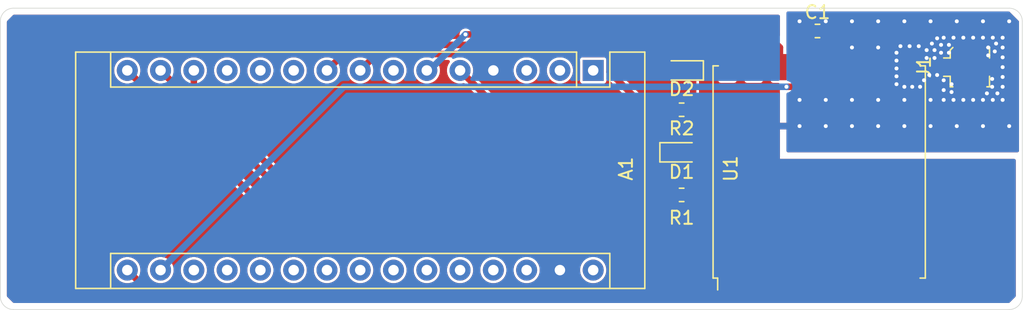
<source format=kicad_pcb>
(kicad_pcb (version 20171130) (host pcbnew "(5.1.5)-3")

  (general
    (thickness 1.6)
    (drawings 8)
    (tracks 137)
    (zones 0)
    (modules 8)
    (nets 38)
  )

  (page A4)
  (layers
    (0 F.Cu signal)
    (31 B.Cu signal)
    (32 B.Adhes user)
    (33 F.Adhes user)
    (34 B.Paste user)
    (35 F.Paste user)
    (36 B.SilkS user)
    (37 F.SilkS user)
    (38 B.Mask user)
    (39 F.Mask user)
    (40 Dwgs.User user)
    (41 Cmts.User user)
    (42 Eco1.User user)
    (43 Eco2.User user)
    (44 Edge.Cuts user)
    (45 Margin user)
    (46 B.CrtYd user)
    (47 F.CrtYd user)
    (48 B.Fab user)
    (49 F.Fab user)
  )

  (setup
    (last_trace_width 0.5)
    (user_trace_width 0.354)
    (user_trace_width 0.5)
    (trace_clearance 0.2)
    (zone_clearance 0.15)
    (zone_45_only no)
    (trace_min 0.2)
    (via_size 0.8)
    (via_drill 0.4)
    (via_min_size 0.4)
    (via_min_drill 0.3)
    (user_via 0.45 0.3)
    (uvia_size 0.3)
    (uvia_drill 0.1)
    (uvias_allowed no)
    (uvia_min_size 0.2)
    (uvia_min_drill 0.1)
    (edge_width 0.05)
    (segment_width 0.2)
    (pcb_text_width 0.3)
    (pcb_text_size 1.5 1.5)
    (mod_edge_width 0.12)
    (mod_text_size 1 1)
    (mod_text_width 0.15)
    (pad_size 1.524 1.524)
    (pad_drill 0.762)
    (pad_to_mask_clearance 0.051)
    (solder_mask_min_width 0.25)
    (aux_axis_origin 0 0)
    (visible_elements 7FFFFFFF)
    (pcbplotparams
      (layerselection 0x010fc_ffffffff)
      (usegerberextensions false)
      (usegerberattributes false)
      (usegerberadvancedattributes false)
      (creategerberjobfile false)
      (excludeedgelayer true)
      (linewidth 0.100000)
      (plotframeref false)
      (viasonmask false)
      (mode 1)
      (useauxorigin false)
      (hpglpennumber 1)
      (hpglpenspeed 20)
      (hpglpendiameter 15.000000)
      (psnegative false)
      (psa4output false)
      (plotreference true)
      (plotvalue true)
      (plotinvisibletext false)
      (padsonsilk false)
      (subtractmaskfromsilk false)
      (outputformat 1)
      (mirror false)
      (drillshape 1)
      (scaleselection 1)
      (outputdirectory ""))
  )

  (net 0 "")
  (net 1 "Net-(A1-Pad1)")
  (net 2 +3V3)
  (net 3 "Net-(A1-Pad2)")
  (net 4 "Net-(A1-Pad18)")
  (net 5 "Net-(A1-Pad3)")
  (net 6 "Net-(A1-Pad19)")
  (net 7 GND)
  (net 8 "Net-(A1-Pad20)")
  (net 9 /RST_LORA)
  (net 10 "Net-(A1-Pad21)")
  (net 11 /IRQ_LORA)
  (net 12 "Net-(A1-Pad22)")
  (net 13 "Net-(A1-Pad7)")
  (net 14 "Net-(A1-Pad23)")
  (net 15 "Net-(A1-Pad8)")
  (net 16 "Net-(A1-Pad24)")
  (net 17 "Net-(A1-Pad9)")
  (net 18 "Net-(A1-Pad25)")
  (net 19 "Net-(A1-Pad10)")
  (net 20 "Net-(A1-Pad26)")
  (net 21 "Net-(A1-Pad11)")
  (net 22 +5V)
  (net 23 "Net-(A1-Pad12)")
  (net 24 "Net-(A1-Pad28)")
  (net 25 /SPI1_SS)
  (net 26 /SPI1_MOSI)
  (net 27 VCC)
  (net 28 /SPI1_MISO)
  (net 29 /SPI1_SCK)
  (net 30 "Net-(D1-Pad1)")
  (net 31 "Net-(D2-Pad1)")
  (net 32 "Net-(J1-Pad1)")
  (net 33 "Net-(U1-Pad7)")
  (net 34 "Net-(U1-Pad11)")
  (net 35 "Net-(U1-Pad12)")
  (net 36 "Net-(U1-Pad15)")
  (net 37 "Net-(U1-Pad16)")

  (net_class Default "This is the default net class."
    (clearance 0.2)
    (trace_width 0.25)
    (via_dia 0.8)
    (via_drill 0.4)
    (uvia_dia 0.3)
    (uvia_drill 0.1)
    (add_net +3V3)
    (add_net +5V)
    (add_net /IRQ_LORA)
    (add_net /RST_LORA)
    (add_net /SPI1_MISO)
    (add_net /SPI1_MOSI)
    (add_net /SPI1_SCK)
    (add_net /SPI1_SS)
    (add_net GND)
    (add_net "Net-(A1-Pad1)")
    (add_net "Net-(A1-Pad10)")
    (add_net "Net-(A1-Pad11)")
    (add_net "Net-(A1-Pad12)")
    (add_net "Net-(A1-Pad18)")
    (add_net "Net-(A1-Pad19)")
    (add_net "Net-(A1-Pad2)")
    (add_net "Net-(A1-Pad20)")
    (add_net "Net-(A1-Pad21)")
    (add_net "Net-(A1-Pad22)")
    (add_net "Net-(A1-Pad23)")
    (add_net "Net-(A1-Pad24)")
    (add_net "Net-(A1-Pad25)")
    (add_net "Net-(A1-Pad26)")
    (add_net "Net-(A1-Pad28)")
    (add_net "Net-(A1-Pad3)")
    (add_net "Net-(A1-Pad7)")
    (add_net "Net-(A1-Pad8)")
    (add_net "Net-(A1-Pad9)")
    (add_net "Net-(D1-Pad1)")
    (add_net "Net-(D2-Pad1)")
    (add_net "Net-(J1-Pad1)")
    (add_net "Net-(U1-Pad11)")
    (add_net "Net-(U1-Pad12)")
    (add_net "Net-(U1-Pad15)")
    (add_net "Net-(U1-Pad16)")
    (add_net "Net-(U1-Pad7)")
    (add_net VCC)
  )

  (module Module:Arduino_Nano (layer F.Cu) (tedit 58ACAF70) (tstamp 5F893CD8)
    (at 59.25 26.75 270)
    (descr "Arduino Nano, http://www.mouser.com/pdfdocs/Gravitech_Arduino_Nano3_0.pdf")
    (tags "Arduino Nano")
    (path /6183396D)
    (fp_text reference A1 (at 7.5 -2.5 90) (layer F.SilkS)
      (effects (font (size 1 1) (thickness 0.15)))
    )
    (fp_text value Arduino_Nano_v3.x (at 8.89 19.05) (layer F.Fab)
      (effects (font (size 1 1) (thickness 0.15)))
    )
    (fp_text user %R (at 6.35 19.05) (layer F.Fab)
      (effects (font (size 1 1) (thickness 0.15)))
    )
    (fp_line (start 1.27 1.27) (end 1.27 -1.27) (layer F.SilkS) (width 0.12))
    (fp_line (start 1.27 -1.27) (end -1.4 -1.27) (layer F.SilkS) (width 0.12))
    (fp_line (start -1.4 1.27) (end -1.4 39.5) (layer F.SilkS) (width 0.12))
    (fp_line (start -1.4 -3.94) (end -1.4 -1.27) (layer F.SilkS) (width 0.12))
    (fp_line (start 13.97 -1.27) (end 16.64 -1.27) (layer F.SilkS) (width 0.12))
    (fp_line (start 13.97 -1.27) (end 13.97 36.83) (layer F.SilkS) (width 0.12))
    (fp_line (start 13.97 36.83) (end 16.64 36.83) (layer F.SilkS) (width 0.12))
    (fp_line (start 1.27 1.27) (end -1.4 1.27) (layer F.SilkS) (width 0.12))
    (fp_line (start 1.27 1.27) (end 1.27 36.83) (layer F.SilkS) (width 0.12))
    (fp_line (start 1.27 36.83) (end -1.4 36.83) (layer F.SilkS) (width 0.12))
    (fp_line (start 3.81 31.75) (end 11.43 31.75) (layer F.Fab) (width 0.1))
    (fp_line (start 11.43 31.75) (end 11.43 41.91) (layer F.Fab) (width 0.1))
    (fp_line (start 11.43 41.91) (end 3.81 41.91) (layer F.Fab) (width 0.1))
    (fp_line (start 3.81 41.91) (end 3.81 31.75) (layer F.Fab) (width 0.1))
    (fp_line (start -1.4 39.5) (end 16.64 39.5) (layer F.SilkS) (width 0.12))
    (fp_line (start 16.64 39.5) (end 16.64 -3.94) (layer F.SilkS) (width 0.12))
    (fp_line (start 16.64 -3.94) (end -1.4 -3.94) (layer F.SilkS) (width 0.12))
    (fp_line (start 16.51 39.37) (end -1.27 39.37) (layer F.Fab) (width 0.1))
    (fp_line (start -1.27 39.37) (end -1.27 -2.54) (layer F.Fab) (width 0.1))
    (fp_line (start -1.27 -2.54) (end 0 -3.81) (layer F.Fab) (width 0.1))
    (fp_line (start 0 -3.81) (end 16.51 -3.81) (layer F.Fab) (width 0.1))
    (fp_line (start 16.51 -3.81) (end 16.51 39.37) (layer F.Fab) (width 0.1))
    (fp_line (start -1.53 -4.06) (end 16.75 -4.06) (layer F.CrtYd) (width 0.05))
    (fp_line (start -1.53 -4.06) (end -1.53 42.16) (layer F.CrtYd) (width 0.05))
    (fp_line (start 16.75 42.16) (end 16.75 -4.06) (layer F.CrtYd) (width 0.05))
    (fp_line (start 16.75 42.16) (end -1.53 42.16) (layer F.CrtYd) (width 0.05))
    (pad 1 thru_hole rect (at 0 0 270) (size 1.6 1.6) (drill 0.8) (layers *.Cu *.Mask)
      (net 1 "Net-(A1-Pad1)"))
    (pad 17 thru_hole oval (at 15.24 33.02 270) (size 1.6 1.6) (drill 0.8) (layers *.Cu *.Mask)
      (net 2 +3V3))
    (pad 2 thru_hole oval (at 0 2.54 270) (size 1.6 1.6) (drill 0.8) (layers *.Cu *.Mask)
      (net 3 "Net-(A1-Pad2)"))
    (pad 18 thru_hole oval (at 15.24 30.48 270) (size 1.6 1.6) (drill 0.8) (layers *.Cu *.Mask)
      (net 4 "Net-(A1-Pad18)"))
    (pad 3 thru_hole oval (at 0 5.08 270) (size 1.6 1.6) (drill 0.8) (layers *.Cu *.Mask)
      (net 5 "Net-(A1-Pad3)"))
    (pad 19 thru_hole oval (at 15.24 27.94 270) (size 1.6 1.6) (drill 0.8) (layers *.Cu *.Mask)
      (net 6 "Net-(A1-Pad19)"))
    (pad 4 thru_hole oval (at 0 7.62 270) (size 1.6 1.6) (drill 0.8) (layers *.Cu *.Mask)
      (net 7 GND))
    (pad 20 thru_hole oval (at 15.24 25.4 270) (size 1.6 1.6) (drill 0.8) (layers *.Cu *.Mask)
      (net 8 "Net-(A1-Pad20)"))
    (pad 5 thru_hole oval (at 0 10.16 270) (size 1.6 1.6) (drill 0.8) (layers *.Cu *.Mask)
      (net 9 /RST_LORA))
    (pad 21 thru_hole oval (at 15.24 22.86 270) (size 1.6 1.6) (drill 0.8) (layers *.Cu *.Mask)
      (net 10 "Net-(A1-Pad21)"))
    (pad 6 thru_hole oval (at 0 12.7 270) (size 1.6 1.6) (drill 0.8) (layers *.Cu *.Mask)
      (net 11 /IRQ_LORA))
    (pad 22 thru_hole oval (at 15.24 20.32 270) (size 1.6 1.6) (drill 0.8) (layers *.Cu *.Mask)
      (net 12 "Net-(A1-Pad22)"))
    (pad 7 thru_hole oval (at 0 15.24 270) (size 1.6 1.6) (drill 0.8) (layers *.Cu *.Mask)
      (net 13 "Net-(A1-Pad7)"))
    (pad 23 thru_hole oval (at 15.24 17.78 270) (size 1.6 1.6) (drill 0.8) (layers *.Cu *.Mask)
      (net 14 "Net-(A1-Pad23)"))
    (pad 8 thru_hole oval (at 0 17.78 270) (size 1.6 1.6) (drill 0.8) (layers *.Cu *.Mask)
      (net 15 "Net-(A1-Pad8)"))
    (pad 24 thru_hole oval (at 15.24 15.24 270) (size 1.6 1.6) (drill 0.8) (layers *.Cu *.Mask)
      (net 16 "Net-(A1-Pad24)"))
    (pad 9 thru_hole oval (at 0 20.32 270) (size 1.6 1.6) (drill 0.8) (layers *.Cu *.Mask)
      (net 17 "Net-(A1-Pad9)"))
    (pad 25 thru_hole oval (at 15.24 12.7 270) (size 1.6 1.6) (drill 0.8) (layers *.Cu *.Mask)
      (net 18 "Net-(A1-Pad25)"))
    (pad 10 thru_hole oval (at 0 22.86 270) (size 1.6 1.6) (drill 0.8) (layers *.Cu *.Mask)
      (net 19 "Net-(A1-Pad10)"))
    (pad 26 thru_hole oval (at 15.24 10.16 270) (size 1.6 1.6) (drill 0.8) (layers *.Cu *.Mask)
      (net 20 "Net-(A1-Pad26)"))
    (pad 11 thru_hole oval (at 0 25.4 270) (size 1.6 1.6) (drill 0.8) (layers *.Cu *.Mask)
      (net 21 "Net-(A1-Pad11)"))
    (pad 27 thru_hole oval (at 15.24 7.62 270) (size 1.6 1.6) (drill 0.8) (layers *.Cu *.Mask)
      (net 22 +5V))
    (pad 12 thru_hole oval (at 0 27.94 270) (size 1.6 1.6) (drill 0.8) (layers *.Cu *.Mask)
      (net 23 "Net-(A1-Pad12)"))
    (pad 28 thru_hole oval (at 15.24 5.08 270) (size 1.6 1.6) (drill 0.8) (layers *.Cu *.Mask)
      (net 24 "Net-(A1-Pad28)"))
    (pad 13 thru_hole oval (at 0 30.48 270) (size 1.6 1.6) (drill 0.8) (layers *.Cu *.Mask)
      (net 25 /SPI1_SS))
    (pad 29 thru_hole oval (at 15.24 2.54 270) (size 1.6 1.6) (drill 0.8) (layers *.Cu *.Mask)
      (net 7 GND))
    (pad 14 thru_hole oval (at 0 33.02 270) (size 1.6 1.6) (drill 0.8) (layers *.Cu *.Mask)
      (net 26 /SPI1_MOSI))
    (pad 30 thru_hole oval (at 15.24 0 270) (size 1.6 1.6) (drill 0.8) (layers *.Cu *.Mask)
      (net 27 VCC))
    (pad 15 thru_hole oval (at 0 35.56 270) (size 1.6 1.6) (drill 0.8) (layers *.Cu *.Mask)
      (net 28 /SPI1_MISO))
    (pad 16 thru_hole oval (at 15.24 35.56 270) (size 1.6 1.6) (drill 0.8) (layers *.Cu *.Mask)
      (net 29 /SPI1_SCK))
    (model ${KISYS3DMOD}/Module.3dshapes/Arduino_Nano_WithMountingHoles.wrl
      (at (xyz 0 0 0))
      (scale (xyz 1 1 1))
      (rotate (xyz 0 0 0))
    )
  )

  (module Capacitor_SMD:C_0603_1608Metric_Pad1.05x0.95mm_HandSolder (layer F.Cu) (tedit 5B301BBE) (tstamp 5F893CE9)
    (at 76.37 23.74)
    (descr "Capacitor SMD 0603 (1608 Metric), square (rectangular) end terminal, IPC_7351 nominal with elongated pad for handsoldering. (Body size source: http://www.tortai-tech.com/upload/download/2011102023233369053.pdf), generated with kicad-footprint-generator")
    (tags "capacitor handsolder")
    (path /5EF634C8)
    (attr smd)
    (fp_text reference C1 (at 0 -1.43) (layer F.SilkS)
      (effects (font (size 1 1) (thickness 0.15)))
    )
    (fp_text value 100n (at 0 1.43) (layer F.Fab)
      (effects (font (size 1 1) (thickness 0.15)))
    )
    (fp_line (start -0.8 0.4) (end -0.8 -0.4) (layer F.Fab) (width 0.1))
    (fp_line (start -0.8 -0.4) (end 0.8 -0.4) (layer F.Fab) (width 0.1))
    (fp_line (start 0.8 -0.4) (end 0.8 0.4) (layer F.Fab) (width 0.1))
    (fp_line (start 0.8 0.4) (end -0.8 0.4) (layer F.Fab) (width 0.1))
    (fp_line (start -0.171267 -0.51) (end 0.171267 -0.51) (layer F.SilkS) (width 0.12))
    (fp_line (start -0.171267 0.51) (end 0.171267 0.51) (layer F.SilkS) (width 0.12))
    (fp_line (start -1.65 0.73) (end -1.65 -0.73) (layer F.CrtYd) (width 0.05))
    (fp_line (start -1.65 -0.73) (end 1.65 -0.73) (layer F.CrtYd) (width 0.05))
    (fp_line (start 1.65 -0.73) (end 1.65 0.73) (layer F.CrtYd) (width 0.05))
    (fp_line (start 1.65 0.73) (end -1.65 0.73) (layer F.CrtYd) (width 0.05))
    (fp_text user %R (at 0 0) (layer F.Fab)
      (effects (font (size 0.4 0.4) (thickness 0.06)))
    )
    (pad 1 smd roundrect (at -0.875 0) (size 1.05 0.95) (layers F.Cu F.Paste F.Mask) (roundrect_rratio 0.25)
      (net 2 +3V3))
    (pad 2 smd roundrect (at 0.875 0) (size 1.05 0.95) (layers F.Cu F.Paste F.Mask) (roundrect_rratio 0.25)
      (net 7 GND))
    (model ${KISYS3DMOD}/Capacitor_SMD.3dshapes/C_0603_1608Metric.wrl
      (at (xyz 0 0 0))
      (scale (xyz 1 1 1))
      (rotate (xyz 0 0 0))
    )
  )

  (module LED_SMD:LED_0603_1608Metric_Pad1.05x0.95mm_HandSolder (layer F.Cu) (tedit 5B4B45C9) (tstamp 5F893CFC)
    (at 66 33)
    (descr "LED SMD 0603 (1608 Metric), square (rectangular) end terminal, IPC_7351 nominal, (Body size source: http://www.tortai-tech.com/upload/download/2011102023233369053.pdf), generated with kicad-footprint-generator")
    (tags "LED handsolder")
    (path /5EEF227A)
    (attr smd)
    (fp_text reference D1 (at 0 1.5) (layer F.SilkS)
      (effects (font (size 1 1) (thickness 0.15)))
    )
    (fp_text value LED (at 0 1.43) (layer F.Fab)
      (effects (font (size 1 1) (thickness 0.15)))
    )
    (fp_line (start 0.8 -0.4) (end -0.5 -0.4) (layer F.Fab) (width 0.1))
    (fp_line (start -0.5 -0.4) (end -0.8 -0.1) (layer F.Fab) (width 0.1))
    (fp_line (start -0.8 -0.1) (end -0.8 0.4) (layer F.Fab) (width 0.1))
    (fp_line (start -0.8 0.4) (end 0.8 0.4) (layer F.Fab) (width 0.1))
    (fp_line (start 0.8 0.4) (end 0.8 -0.4) (layer F.Fab) (width 0.1))
    (fp_line (start 0.8 -0.735) (end -1.66 -0.735) (layer F.SilkS) (width 0.12))
    (fp_line (start -1.66 -0.735) (end -1.66 0.735) (layer F.SilkS) (width 0.12))
    (fp_line (start -1.66 0.735) (end 0.8 0.735) (layer F.SilkS) (width 0.12))
    (fp_line (start -1.65 0.73) (end -1.65 -0.73) (layer F.CrtYd) (width 0.05))
    (fp_line (start -1.65 -0.73) (end 1.65 -0.73) (layer F.CrtYd) (width 0.05))
    (fp_line (start 1.65 -0.73) (end 1.65 0.73) (layer F.CrtYd) (width 0.05))
    (fp_line (start 1.65 0.73) (end -1.65 0.73) (layer F.CrtYd) (width 0.05))
    (fp_text user %R (at 0 0) (layer F.Fab)
      (effects (font (size 0.4 0.4) (thickness 0.06)))
    )
    (pad 1 smd roundrect (at -0.875 0) (size 1.05 0.95) (layers F.Cu F.Paste F.Mask) (roundrect_rratio 0.25)
      (net 30 "Net-(D1-Pad1)"))
    (pad 2 smd roundrect (at 0.875 0) (size 1.05 0.95) (layers F.Cu F.Paste F.Mask) (roundrect_rratio 0.25)
      (net 15 "Net-(A1-Pad8)"))
    (model ${KISYS3DMOD}/LED_SMD.3dshapes/LED_0603_1608Metric.wrl
      (at (xyz 0 0 0))
      (scale (xyz 1 1 1))
      (rotate (xyz 0 0 0))
    )
  )

  (module LED_SMD:LED_0603_1608Metric_Pad1.05x0.95mm_HandSolder (layer F.Cu) (tedit 5B4B45C9) (tstamp 5F893D0F)
    (at 66 26.75 180)
    (descr "LED SMD 0603 (1608 Metric), square (rectangular) end terminal, IPC_7351 nominal, (Body size source: http://www.tortai-tech.com/upload/download/2011102023233369053.pdf), generated with kicad-footprint-generator")
    (tags "LED handsolder")
    (path /5EEF45A8)
    (attr smd)
    (fp_text reference D2 (at 0 -1.43) (layer F.SilkS)
      (effects (font (size 1 1) (thickness 0.15)))
    )
    (fp_text value LED (at 0 1.43) (layer F.Fab)
      (effects (font (size 1 1) (thickness 0.15)))
    )
    (fp_text user %R (at 0 0) (layer F.Fab)
      (effects (font (size 0.4 0.4) (thickness 0.06)))
    )
    (fp_line (start 1.65 0.73) (end -1.65 0.73) (layer F.CrtYd) (width 0.05))
    (fp_line (start 1.65 -0.73) (end 1.65 0.73) (layer F.CrtYd) (width 0.05))
    (fp_line (start -1.65 -0.73) (end 1.65 -0.73) (layer F.CrtYd) (width 0.05))
    (fp_line (start -1.65 0.73) (end -1.65 -0.73) (layer F.CrtYd) (width 0.05))
    (fp_line (start -1.66 0.735) (end 0.8 0.735) (layer F.SilkS) (width 0.12))
    (fp_line (start -1.66 -0.735) (end -1.66 0.735) (layer F.SilkS) (width 0.12))
    (fp_line (start 0.8 -0.735) (end -1.66 -0.735) (layer F.SilkS) (width 0.12))
    (fp_line (start 0.8 0.4) (end 0.8 -0.4) (layer F.Fab) (width 0.1))
    (fp_line (start -0.8 0.4) (end 0.8 0.4) (layer F.Fab) (width 0.1))
    (fp_line (start -0.8 -0.1) (end -0.8 0.4) (layer F.Fab) (width 0.1))
    (fp_line (start -0.5 -0.4) (end -0.8 -0.1) (layer F.Fab) (width 0.1))
    (fp_line (start 0.8 -0.4) (end -0.5 -0.4) (layer F.Fab) (width 0.1))
    (pad 2 smd roundrect (at 0.875 0 180) (size 1.05 0.95) (layers F.Cu F.Paste F.Mask) (roundrect_rratio 0.25)
      (net 17 "Net-(A1-Pad9)"))
    (pad 1 smd roundrect (at -0.875 0 180) (size 1.05 0.95) (layers F.Cu F.Paste F.Mask) (roundrect_rratio 0.25)
      (net 31 "Net-(D2-Pad1)"))
    (model ${KISYS3DMOD}/LED_SMD.3dshapes/LED_0603_1608Metric.wrl
      (at (xyz 0 0 0))
      (scale (xyz 1 1 1))
      (rotate (xyz 0 0 0))
    )
  )

  (module Connector_Coaxial:U.FL_Molex_MCRF_73412-0110_Vertical (layer F.Cu) (tedit 5A1B5B59) (tstamp 5F893D31)
    (at 88 26.5 270)
    (descr "Molex Microcoaxial RF Connectors (MCRF), mates Hirose U.FL, (http://www.molex.com/pdm_docs/sd/734120110_sd.pdf)")
    (tags "mcrf hirose ufl u.fl microcoaxial")
    (path /5EF27676)
    (attr smd)
    (fp_text reference J1 (at 0 3.5 90) (layer F.SilkS)
      (effects (font (size 1 1) (thickness 0.15)))
    )
    (fp_text value Conn_Coaxial (at 0 -3.302 90) (layer F.Fab)
      (effects (font (size 1 1) (thickness 0.15)))
    )
    (fp_line (start 0 1) (end 0.3 1.3) (layer F.Fab) (width 0.1))
    (fp_line (start -0.3 1.3) (end 0 1) (layer F.Fab) (width 0.1))
    (fp_line (start 0.7 1.5) (end 0.7 2) (layer F.SilkS) (width 0.12))
    (fp_line (start -0.7 1.5) (end -0.7 2) (layer F.SilkS) (width 0.12))
    (fp_text user %R (at 0 3.5 90) (layer F.Fab)
      (effects (font (size 1 1) (thickness 0.15)))
    )
    (fp_circle (center 0 0) (end 0 0.05) (layer F.Fab) (width 0.1))
    (fp_circle (center 0 0) (end 0 0.125) (layer F.Fab) (width 0.1))
    (fp_line (start -0.7 1.5) (end -1.3 1.5) (layer F.SilkS) (width 0.12))
    (fp_line (start -1.3 1.5) (end -1.5 1.3) (layer F.SilkS) (width 0.12))
    (fp_line (start 1.5 1.3) (end 1.5 1.5) (layer F.SilkS) (width 0.12))
    (fp_line (start 1.5 1.5) (end 0.7 1.5) (layer F.SilkS) (width 0.12))
    (fp_line (start 0.7 -1.5) (end 1.5 -1.5) (layer F.SilkS) (width 0.12))
    (fp_line (start 1.5 -1.5) (end 1.5 -1.3) (layer F.SilkS) (width 0.12))
    (fp_line (start -1.5 -1.3) (end -1.5 -1.5) (layer F.SilkS) (width 0.12))
    (fp_line (start -1.5 -1.5) (end -0.7 -1.5) (layer F.SilkS) (width 0.12))
    (fp_circle (center 0 0) (end 0.9 0) (layer F.Fab) (width 0.1))
    (fp_line (start -1.3 -1.3) (end 1.3 -1.3) (layer F.Fab) (width 0.1))
    (fp_line (start -1.3 -1.3) (end -1.3 1) (layer F.Fab) (width 0.1))
    (fp_line (start -1.3 1) (end -1 1.3) (layer F.Fab) (width 0.1))
    (fp_line (start 1.3 -1.3) (end 1.3 1.3) (layer F.Fab) (width 0.1))
    (fp_line (start -2.5 -2.5) (end -2.5 2.5) (layer F.CrtYd) (width 0.05))
    (fp_line (start -2.5 2.5) (end 2.5 2.5) (layer F.CrtYd) (width 0.05))
    (fp_line (start 2.5 2.5) (end 2.5 -2.5) (layer F.CrtYd) (width 0.05))
    (fp_line (start 2.5 -2.5) (end -2.5 -2.5) (layer F.CrtYd) (width 0.05))
    (fp_line (start -1 1.3) (end 1.3 1.3) (layer F.Fab) (width 0.1))
    (fp_circle (center 0 0) (end 0 0.2) (layer F.Fab) (width 0.1))
    (pad 2 smd rect (at -1.475 0 270) (size 1.05 2.2) (layers F.Cu F.Paste F.Mask)
      (net 7 GND))
    (pad 2 smd rect (at 1.475 0 270) (size 1.05 2.2) (layers F.Cu F.Paste F.Mask)
      (net 7 GND))
    (pad 2 smd rect (at 0 -1.5 270) (size 1 1) (layers F.Cu F.Paste F.Mask)
      (net 7 GND))
    (pad 1 smd rect (at 0 1.5 270) (size 1 1) (layers F.Cu F.Paste F.Mask)
      (net 32 "Net-(J1-Pad1)"))
    (model ${KISYS3DMOD}/Connector_Coaxial.3dshapes/U.FL_Molex_MCRF_73412-0110_Vertical.wrl
      (at (xyz 0 0 0))
      (scale (xyz 1 1 1))
      (rotate (xyz 0 0 0))
    )
  )

  (module Resistor_SMD:R_0603_1608Metric_Pad1.05x0.95mm_HandSolder (layer F.Cu) (tedit 5B301BBD) (tstamp 5F893BA2)
    (at 66 36.25)
    (descr "Resistor SMD 0603 (1608 Metric), square (rectangular) end terminal, IPC_7351 nominal with elongated pad for handsoldering. (Body size source: http://www.tortai-tech.com/upload/download/2011102023233369053.pdf), generated with kicad-footprint-generator")
    (tags "resistor handsolder")
    (path /5EEF546D)
    (attr smd)
    (fp_text reference R1 (at 0 1.75) (layer F.SilkS)
      (effects (font (size 1 1) (thickness 0.15)))
    )
    (fp_text value 2.2k (at 0 1.43) (layer F.Fab)
      (effects (font (size 1 1) (thickness 0.15)))
    )
    (fp_line (start -0.8 0.4) (end -0.8 -0.4) (layer F.Fab) (width 0.1))
    (fp_line (start -0.8 -0.4) (end 0.8 -0.4) (layer F.Fab) (width 0.1))
    (fp_line (start 0.8 -0.4) (end 0.8 0.4) (layer F.Fab) (width 0.1))
    (fp_line (start 0.8 0.4) (end -0.8 0.4) (layer F.Fab) (width 0.1))
    (fp_line (start -0.171267 -0.51) (end 0.171267 -0.51) (layer F.SilkS) (width 0.12))
    (fp_line (start -0.171267 0.51) (end 0.171267 0.51) (layer F.SilkS) (width 0.12))
    (fp_line (start -1.65 0.73) (end -1.65 -0.73) (layer F.CrtYd) (width 0.05))
    (fp_line (start -1.65 -0.73) (end 1.65 -0.73) (layer F.CrtYd) (width 0.05))
    (fp_line (start 1.65 -0.73) (end 1.65 0.73) (layer F.CrtYd) (width 0.05))
    (fp_line (start 1.65 0.73) (end -1.65 0.73) (layer F.CrtYd) (width 0.05))
    (fp_text user %R (at 0 0) (layer F.Fab)
      (effects (font (size 0.4 0.4) (thickness 0.06)))
    )
    (pad 1 smd roundrect (at -0.875 0) (size 1.05 0.95) (layers F.Cu F.Paste F.Mask) (roundrect_rratio 0.25)
      (net 30 "Net-(D1-Pad1)"))
    (pad 2 smd roundrect (at 0.875 0) (size 1.05 0.95) (layers F.Cu F.Paste F.Mask) (roundrect_rratio 0.25)
      (net 7 GND))
    (model ${KISYS3DMOD}/Resistor_SMD.3dshapes/R_0603_1608Metric.wrl
      (at (xyz 0 0 0))
      (scale (xyz 1 1 1))
      (rotate (xyz 0 0 0))
    )
  )

  (module Resistor_SMD:R_0603_1608Metric_Pad1.05x0.95mm_HandSolder (layer F.Cu) (tedit 5B301BBD) (tstamp 5F893D53)
    (at 66 29.75 180)
    (descr "Resistor SMD 0603 (1608 Metric), square (rectangular) end terminal, IPC_7351 nominal with elongated pad for handsoldering. (Body size source: http://www.tortai-tech.com/upload/download/2011102023233369053.pdf), generated with kicad-footprint-generator")
    (tags "resistor handsolder")
    (path /5EEF5A86)
    (attr smd)
    (fp_text reference R2 (at 0 -1.43) (layer F.SilkS)
      (effects (font (size 1 1) (thickness 0.15)))
    )
    (fp_text value 2.2k (at 0 1.43) (layer F.Fab)
      (effects (font (size 1 1) (thickness 0.15)))
    )
    (fp_text user %R (at 0 0) (layer F.Fab)
      (effects (font (size 0.4 0.4) (thickness 0.06)))
    )
    (fp_line (start 1.65 0.73) (end -1.65 0.73) (layer F.CrtYd) (width 0.05))
    (fp_line (start 1.65 -0.73) (end 1.65 0.73) (layer F.CrtYd) (width 0.05))
    (fp_line (start -1.65 -0.73) (end 1.65 -0.73) (layer F.CrtYd) (width 0.05))
    (fp_line (start -1.65 0.73) (end -1.65 -0.73) (layer F.CrtYd) (width 0.05))
    (fp_line (start -0.171267 0.51) (end 0.171267 0.51) (layer F.SilkS) (width 0.12))
    (fp_line (start -0.171267 -0.51) (end 0.171267 -0.51) (layer F.SilkS) (width 0.12))
    (fp_line (start 0.8 0.4) (end -0.8 0.4) (layer F.Fab) (width 0.1))
    (fp_line (start 0.8 -0.4) (end 0.8 0.4) (layer F.Fab) (width 0.1))
    (fp_line (start -0.8 -0.4) (end 0.8 -0.4) (layer F.Fab) (width 0.1))
    (fp_line (start -0.8 0.4) (end -0.8 -0.4) (layer F.Fab) (width 0.1))
    (pad 2 smd roundrect (at 0.875 0 180) (size 1.05 0.95) (layers F.Cu F.Paste F.Mask) (roundrect_rratio 0.25)
      (net 7 GND))
    (pad 1 smd roundrect (at -0.875 0 180) (size 1.05 0.95) (layers F.Cu F.Paste F.Mask) (roundrect_rratio 0.25)
      (net 31 "Net-(D2-Pad1)"))
    (model ${KISYS3DMOD}/Resistor_SMD.3dshapes/R_0603_1608Metric.wrl
      (at (xyz 0 0 0))
      (scale (xyz 1 1 1))
      (rotate (xyz 0 0 0))
    )
  )

  (module RF_Module:HOPERF_RFM9XW_SMD (layer F.Cu) (tedit 5C227243) (tstamp 5F894623)
    (at 76.5 34.5 90)
    (descr "Low Power Long Range Transceiver Module SMD-16 (https://www.hoperf.com/data/upload/portal/20181127/5bfcbea20e9ef.pdf)")
    (tags "LoRa Low Power Long Range Transceiver Module")
    (path /5EF06427)
    (attr smd)
    (fp_text reference U1 (at 0.25 -6.75 90) (layer F.SilkS)
      (effects (font (size 1 1) (thickness 0.15)))
    )
    (fp_text value RFM95W-915S2 (at 0 9.5 90) (layer F.Fab)
      (effects (font (size 1 1) (thickness 0.15)))
    )
    (fp_line (start -7 -8) (end 8 -8) (layer F.Fab) (width 0.1))
    (fp_line (start 8 8) (end 8 -8) (layer F.Fab) (width 0.1))
    (fp_line (start -8 8) (end 8 8) (layer F.Fab) (width 0.1))
    (fp_line (start -8 8) (end -8 -7) (layer F.Fab) (width 0.1))
    (fp_text user %R (at 0 0 90) (layer F.Fab)
      (effects (font (size 1 1) (thickness 0.15)))
    )
    (fp_line (start -9.25 -8.25) (end 9.25 -8.25) (layer F.CrtYd) (width 0.05))
    (fp_line (start 9.25 -8.25) (end 9.25 8.25) (layer F.CrtYd) (width 0.05))
    (fp_line (start -9.25 8.25) (end 9.25 8.25) (layer F.CrtYd) (width 0.05))
    (fp_line (start -9.25 8.25) (end -9.25 -8.25) (layer F.CrtYd) (width 0.05))
    (fp_line (start -8.1 -8.1) (end 8.1 -8.1) (layer F.SilkS) (width 0.12))
    (fp_line (start 8.1 -8.1) (end 8.1 -7.7) (layer F.SilkS) (width 0.12))
    (fp_line (start -8.1 7.7) (end -8.1 8.1) (layer F.SilkS) (width 0.12))
    (fp_line (start -8.1 8.1) (end 8.1 8.1) (layer F.SilkS) (width 0.12))
    (fp_line (start 8.1 8.1) (end 8.1 7.7) (layer F.SilkS) (width 0.12))
    (fp_line (start -8.1 -8.1) (end -8.1 -7.75) (layer F.SilkS) (width 0.12))
    (fp_line (start -8.1 -7.75) (end -9 -7.75) (layer F.SilkS) (width 0.12))
    (fp_line (start -7 -8) (end -8 -7) (layer F.Fab) (width 0.1))
    (pad 1 smd rect (at -8 -7 90) (size 2 1) (layers F.Cu F.Paste F.Mask)
      (net 7 GND))
    (pad 2 smd rect (at -8 -5 90) (size 2 1) (layers F.Cu F.Paste F.Mask)
      (net 28 /SPI1_MISO))
    (pad 3 smd rect (at -8 -3 90) (size 2 1) (layers F.Cu F.Paste F.Mask)
      (net 26 /SPI1_MOSI))
    (pad 4 smd rect (at -8 -1 90) (size 2 1) (layers F.Cu F.Paste F.Mask)
      (net 29 /SPI1_SCK))
    (pad 5 smd rect (at -8 1 90) (size 2 1) (layers F.Cu F.Paste F.Mask)
      (net 25 /SPI1_SS))
    (pad 6 smd rect (at -8 3 90) (size 2 1) (layers F.Cu F.Paste F.Mask)
      (net 9 /RST_LORA))
    (pad 7 smd rect (at -8 5 90) (size 2 1) (layers F.Cu F.Paste F.Mask)
      (net 33 "Net-(U1-Pad7)"))
    (pad 8 smd rect (at -8 7 90) (size 2 1) (layers F.Cu F.Paste F.Mask)
      (net 7 GND))
    (pad 9 smd rect (at 8 7 90) (size 2 1) (layers F.Cu F.Paste F.Mask)
      (net 32 "Net-(J1-Pad1)"))
    (pad 10 smd rect (at 8 5 90) (size 2 1) (layers F.Cu F.Paste F.Mask)
      (net 7 GND))
    (pad 11 smd rect (at 8 3 90) (size 2 1) (layers F.Cu F.Paste F.Mask)
      (net 34 "Net-(U1-Pad11)"))
    (pad 12 smd rect (at 8 1 90) (size 2 1) (layers F.Cu F.Paste F.Mask)
      (net 35 "Net-(U1-Pad12)"))
    (pad 13 smd rect (at 8 -1 90) (size 2 1) (layers F.Cu F.Paste F.Mask)
      (net 2 +3V3))
    (pad 14 smd rect (at 8 -3 90) (size 2 1) (layers F.Cu F.Paste F.Mask)
      (net 11 /IRQ_LORA))
    (pad 15 smd rect (at 8 -5 90) (size 2 1) (layers F.Cu F.Paste F.Mask)
      (net 36 "Net-(U1-Pad15)"))
    (pad 16 smd rect (at 8 -7 90) (size 2 1) (layers F.Cu F.Paste F.Mask)
      (net 37 "Net-(U1-Pad16)"))
    (model ${KISYS3DMOD}/RF_Module.3dshapes/HOPERF_RFM9XW_SMD.wrl
      (at (xyz 0 0 0))
      (scale (xyz 1 1 1))
      (rotate (xyz 0 0 0))
    )
  )

  (gr_line (start 14 23) (end 14 44) (layer Edge.Cuts) (width 0.05) (tstamp 5F893E1C))
  (gr_line (start 91 22) (end 15 22) (layer Edge.Cuts) (width 0.05) (tstamp 5F893E1B))
  (gr_line (start 92 44) (end 92 23) (layer Edge.Cuts) (width 0.05) (tstamp 5F893E1A))
  (gr_line (start 15 45) (end 91 45) (layer Edge.Cuts) (width 0.05) (tstamp 5F893E19))
  (gr_arc (start 15 44) (end 14 44) (angle -90) (layer Edge.Cuts) (width 0.05) (tstamp 5F893E0B))
  (gr_arc (start 15 23) (end 15 22) (angle -90) (layer Edge.Cuts) (width 0.05) (tstamp 5F893E0A))
  (gr_arc (start 91 44) (end 91 45) (angle -90) (layer Edge.Cuts) (width 0.05))
  (gr_arc (start 91 23) (end 92 23) (angle -90) (layer Edge.Cuts) (width 0.05))

  (via (at 87.5 24.25) (size 0.45) (drill 0.3) (layers F.Cu B.Cu) (net 7))
  (via (at 88.25 24.25) (size 0.45) (drill 0.3) (layers F.Cu B.Cu) (net 7))
  (via (at 89 24.25) (size 0.45) (drill 0.3) (layers F.Cu B.Cu) (net 7))
  (segment (start 75.5 23.745) (end 75.495 23.74) (width 0.5) (layer F.Cu) (net 2))
  (segment (start 75.5 26.5) (end 75.5 23.745) (width 0.5) (layer F.Cu) (net 2))
  (segment (start 40.219999 28.000001) (end 73.999999 28.000001) (width 0.5) (layer B.Cu) (net 2))
  (segment (start 26.23 41.99) (end 40.219999 28.000001) (width 0.5) (layer B.Cu) (net 2))
  (segment (start 73.999999 28.000001) (end 73.999999 28.000001) (width 0.5) (layer B.Cu) (net 2) (tstamp 5F894144))
  (via (at 73.999999 28.000001) (size 0.45) (drill 0.3) (layers F.Cu B.Cu) (net 2))
  (segment (start 75.5 27) (end 75.5 26.5) (width 0.5) (layer F.Cu) (net 2))
  (segment (start 74.5 28) (end 75.5 27) (width 0.5) (layer F.Cu) (net 2))
  (segment (start 73.999999 28.000001) (end 74.5 28) (width 0.5) (layer F.Cu) (net 2))
  (via (at 86 27.5) (size 0.45) (drill 0.3) (layers F.Cu B.Cu) (net 7))
  (via (at 86 28.25) (size 0.45) (drill 0.3) (layers F.Cu B.Cu) (net 7))
  (via (at 86 29) (size 0.45) (drill 0.3) (layers F.Cu B.Cu) (net 7))
  (via (at 86.75 29) (size 0.45) (drill 0.3) (layers F.Cu B.Cu) (net 7))
  (via (at 87.5 29) (size 0.45) (drill 0.3) (layers F.Cu B.Cu) (net 7))
  (via (at 88.25 29) (size 0.45) (drill 0.3) (layers F.Cu B.Cu) (net 7))
  (via (at 89 29) (size 0.45) (drill 0.3) (layers F.Cu B.Cu) (net 7))
  (via (at 89.75 29) (size 0.45) (drill 0.3) (layers F.Cu B.Cu) (net 7))
  (via (at 90.5 29) (size 0.45) (drill 0.3) (layers F.Cu B.Cu) (net 7))
  (via (at 90.5 28) (size 0.45) (drill 0.3) (layers F.Cu B.Cu) (net 7))
  (via (at 90.5 27.25) (size 0.45) (drill 0.3) (layers F.Cu B.Cu) (net 7))
  (via (at 90.5 26.5) (size 0.45) (drill 0.3) (layers F.Cu B.Cu) (net 7))
  (via (at 90.5 25.75) (size 0.45) (drill 0.3) (layers F.Cu B.Cu) (net 7))
  (via (at 90.5 25) (size 0.45) (drill 0.3) (layers F.Cu B.Cu) (net 7))
  (via (at 90.5 24.25) (size 0.45) (drill 0.3) (layers F.Cu B.Cu) (net 7))
  (via (at 89.75 24.25) (size 0.45) (drill 0.3) (layers F.Cu B.Cu) (net 7))
  (via (at 86.75 24.25) (size 0.45) (drill 0.3) (layers F.Cu B.Cu) (net 7))
  (via (at 86 24.25) (size 0.45) (drill 0.3) (layers F.Cu B.Cu) (net 7))
  (via (at 86.4 24.8) (size 0.45) (drill 0.3) (layers F.Cu B.Cu) (net 7))
  (via (at 86.4 25.4) (size 0.45) (drill 0.3) (layers F.Cu B.Cu) (net 7))
  (via (at 89.7 27.4) (size 0.45) (drill 0.3) (layers F.Cu B.Cu) (net 7))
  (via (at 89.7 28) (size 0.45) (drill 0.3) (layers F.Cu B.Cu) (net 7))
  (via (at 90.1 28.5) (size 0.45) (drill 0.3) (layers F.Cu B.Cu) (net 7))
  (via (at 89.3 28.5) (size 0.45) (drill 0.3) (layers F.Cu B.Cu) (net 7))
  (via (at 89.4 25.6) (size 0.45) (drill 0.3) (layers F.Cu B.Cu) (net 7))
  (via (at 89.4 25) (size 0.45) (drill 0.3) (layers F.Cu B.Cu) (net 7))
  (via (at 89.9 25.3) (size 0.45) (drill 0.3) (layers F.Cu B.Cu) (net 7))
  (via (at 90 24.7) (size 0.45) (drill 0.3) (layers F.Cu B.Cu) (net 7))
  (via (at 85.8 24.8) (size 0.45) (drill 0.3) (layers F.Cu B.Cu) (net 7))
  (via (at 85.8 25.4) (size 0.45) (drill 0.3) (layers F.Cu B.Cu) (net 7))
  (via (at 85.3 25.8) (size 0.45) (drill 0.3) (layers F.Cu B.Cu) (net 7))
  (via (at 84.7 25.8) (size 0.45) (drill 0.3) (layers F.Cu B.Cu) (net 7))
  (via (at 84.7 25.2) (size 0.45) (drill 0.3) (layers F.Cu B.Cu) (net 7))
  (via (at 84.1 24.9) (size 0.45) (drill 0.3) (layers F.Cu B.Cu) (net 7))
  (via (at 83.4 24.9) (size 0.45) (drill 0.3) (layers F.Cu B.Cu) (net 7))
  (via (at 82.7 24.9) (size 0.45) (drill 0.3) (layers F.Cu B.Cu) (net 7))
  (via (at 82.4 25.4) (size 0.45) (drill 0.3) (layers F.Cu B.Cu) (net 7))
  (via (at 82.4 26) (size 0.45) (drill 0.3) (layers F.Cu B.Cu) (net 7))
  (via (at 82.4 26.6) (size 0.45) (drill 0.3) (layers F.Cu B.Cu) (net 7))
  (via (at 82.4 27.2) (size 0.45) (drill 0.3) (layers F.Cu B.Cu) (net 7))
  (via (at 82.4 27.8) (size 0.45) (drill 0.3) (layers F.Cu B.Cu) (net 7))
  (via (at 83 28) (size 0.45) (drill 0.3) (layers F.Cu B.Cu) (net 7))
  (via (at 83.6 28) (size 0.45) (drill 0.3) (layers F.Cu B.Cu) (net 7))
  (via (at 84.2 28) (size 0.45) (drill 0.3) (layers F.Cu B.Cu) (net 7))
  (via (at 84.5 27.5) (size 0.45) (drill 0.3) (layers F.Cu B.Cu) (net 7))
  (via (at 84.9 27.1) (size 0.45) (drill 0.3) (layers F.Cu B.Cu) (net 7))
  (via (at 85.5 27.1) (size 0.45) (drill 0.3) (layers F.Cu B.Cu) (net 7))
  (via (at 86.6 27.8) (size 0.45) (drill 0.3) (layers F.Cu B.Cu) (net 7))
  (via (at 86.6 28.4) (size 0.45) (drill 0.3) (layers F.Cu B.Cu) (net 7))
  (via (at 85.3 25.2) (size 0.45) (drill 0.3) (layers F.Cu B.Cu) (net 7))
  (via (at 85.1 24.7) (size 0.45) (drill 0.3) (layers F.Cu B.Cu) (net 7))
  (via (at 85.5 24.3) (size 0.45) (drill 0.3) (layers F.Cu B.Cu) (net 7))
  (via (at 79 23) (size 0.45) (drill 0.3) (layers F.Cu B.Cu) (net 7))
  (via (at 81 23) (size 0.45) (drill 0.3) (layers F.Cu B.Cu) (net 7))
  (via (at 83 23) (size 0.45) (drill 0.3) (layers F.Cu B.Cu) (net 7))
  (via (at 85 23) (size 0.45) (drill 0.3) (layers F.Cu B.Cu) (net 7))
  (via (at 87 23) (size 0.45) (drill 0.3) (layers F.Cu B.Cu) (net 7))
  (via (at 89 23) (size 0.45) (drill 0.3) (layers F.Cu B.Cu) (net 7))
  (via (at 91 23) (size 0.45) (drill 0.3) (layers F.Cu B.Cu) (net 7))
  (via (at 79 25) (size 0.45) (drill 0.3) (layers F.Cu B.Cu) (net 7))
  (via (at 81 25) (size 0.45) (drill 0.3) (layers F.Cu B.Cu) (net 7))
  (via (at 79 29) (size 0.45) (drill 0.3) (layers F.Cu B.Cu) (net 7))
  (via (at 81 29) (size 0.45) (drill 0.3) (layers F.Cu B.Cu) (net 7))
  (via (at 79 31) (size 0.45) (drill 0.3) (layers F.Cu B.Cu) (net 7))
  (via (at 83 29) (size 0.45) (drill 0.3) (layers F.Cu B.Cu) (net 7))
  (via (at 85 29) (size 0.45) (drill 0.3) (layers F.Cu B.Cu) (net 7))
  (via (at 81 31) (size 0.45) (drill 0.3) (layers F.Cu B.Cu) (net 7))
  (via (at 83 31) (size 0.45) (drill 0.3) (layers F.Cu B.Cu) (net 7))
  (via (at 85 31) (size 0.45) (drill 0.3) (layers F.Cu B.Cu) (net 7))
  (via (at 87 31) (size 0.45) (drill 0.3) (layers F.Cu B.Cu) (net 7))
  (via (at 89 31) (size 0.45) (drill 0.3) (layers F.Cu B.Cu) (net 7))
  (via (at 91 31) (size 0.45) (drill 0.3) (layers F.Cu B.Cu) (net 7))
  (via (at 77 23) (size 0.45) (drill 0.3) (layers F.Cu B.Cu) (net 7))
  (via (at 75 23) (size 0.45) (drill 0.3) (layers F.Cu B.Cu) (net 7))
  (via (at 75 29) (size 0.45) (drill 0.3) (layers F.Cu B.Cu) (net 7))
  (via (at 77 29) (size 0.45) (drill 0.3) (layers F.Cu B.Cu) (net 7))
  (via (at 75 31) (size 0.45) (drill 0.3) (layers F.Cu B.Cu) (net 7))
  (via (at 77 31) (size 0.45) (drill 0.3) (layers F.Cu B.Cu) (net 7))
  (segment (start 75 31) (end 73 31) (width 0.5) (layer F.Cu) (net 7))
  (segment (start 75 31) (end 73 31) (width 0.5) (layer B.Cu) (net 7))
  (segment (start 79.5 41) (end 77.139969 38.639969) (width 0.5) (layer F.Cu) (net 9))
  (segment (start 79.5 42.5) (end 79.5 41) (width 0.5) (layer F.Cu) (net 9))
  (segment (start 60.979969 38.639969) (end 49.09 26.75) (width 0.5) (layer F.Cu) (net 9))
  (segment (start 77.139969 38.639969) (end 60.979969 38.639969) (width 0.5) (layer F.Cu) (net 9))
  (segment (start 46.55 26.75) (end 46.75 26.75) (width 0.5) (layer B.Cu) (net 11))
  (segment (start 46.75 26.75) (end 49.5 24) (width 0.5) (layer B.Cu) (net 11))
  (segment (start 49.5 24) (end 49.5 24) (width 0.5) (layer B.Cu) (net 11) (tstamp 5F8941BE))
  (via (at 49.5 24) (size 0.45) (drill 0.3) (layers F.Cu B.Cu) (net 11))
  (segment (start 73.5 25) (end 73.5 26.5) (width 0.5) (layer F.Cu) (net 11))
  (segment (start 72.5 24) (end 73.5 25) (width 0.5) (layer F.Cu) (net 11))
  (segment (start 49.5 24) (end 72.5 24) (width 0.5) (layer F.Cu) (net 11))
  (segment (start 42.269999 25.950001) (end 41.47 26.75) (width 0.5) (layer F.Cu) (net 15))
  (segment (start 42.720001 25.499999) (end 42.269999 25.950001) (width 0.5) (layer F.Cu) (net 15))
  (segment (start 60.410001 25.499999) (end 42.720001 25.499999) (width 0.5) (layer F.Cu) (net 15))
  (segment (start 60.500001 25.589999) (end 60.410001 25.499999) (width 0.5) (layer F.Cu) (net 15))
  (segment (start 60.500001 26.877713) (end 60.500001 25.589999) (width 0.5) (layer F.Cu) (net 15))
  (segment (start 66.622288 33) (end 60.500001 26.877713) (width 0.5) (layer F.Cu) (net 15))
  (segment (start 66.875 33) (end 66.622288 33) (width 0.5) (layer F.Cu) (net 15))
  (segment (start 40.880011 24.799989) (end 39.729999 25.950001) (width 0.5) (layer F.Cu) (net 17))
  (segment (start 63.649989 24.799989) (end 40.880011 24.799989) (width 0.5) (layer F.Cu) (net 17))
  (segment (start 65.125 26.275) (end 63.649989 24.799989) (width 0.5) (layer F.Cu) (net 17))
  (segment (start 39.729999 25.950001) (end 38.93 26.75) (width 0.5) (layer F.Cu) (net 17))
  (segment (start 65.125 26.75) (end 65.125 26.275) (width 0.5) (layer F.Cu) (net 17))
  (segment (start 28.77 28.300038) (end 28.77 26.75) (width 0.5) (layer F.Cu) (net 25))
  (segment (start 74.839979 39.339979) (end 39.809941 39.339979) (width 0.5) (layer F.Cu) (net 25))
  (segment (start 77.5 42.5) (end 77.5 42) (width 0.5) (layer F.Cu) (net 25))
  (segment (start 39.809941 39.339979) (end 28.77 28.300038) (width 0.5) (layer F.Cu) (net 25))
  (segment (start 77.5 42) (end 74.839979 39.339979) (width 0.5) (layer F.Cu) (net 25))
  (segment (start 73.5 42) (end 71.539989 40.039989) (width 0.5) (layer F.Cu) (net 26))
  (segment (start 73.5 42.5) (end 73.5 42) (width 0.5) (layer F.Cu) (net 26))
  (segment (start 39.519989 40.039989) (end 26.23 26.75) (width 0.5) (layer F.Cu) (net 26))
  (segment (start 71.539989 40.039989) (end 39.519989 40.039989) (width 0.5) (layer F.Cu) (net 26))
  (segment (start 70.239999 40.739999) (end 37.679999 40.739999) (width 0.5) (layer F.Cu) (net 28))
  (segment (start 71.5 42) (end 70.239999 40.739999) (width 0.5) (layer F.Cu) (net 28))
  (segment (start 24.489999 27.549999) (end 23.69 26.75) (width 0.5) (layer F.Cu) (net 28))
  (segment (start 37.679999 40.739999) (end 24.489999 27.549999) (width 0.5) (layer F.Cu) (net 28))
  (segment (start 71.5 42.5) (end 71.5 42) (width 0.5) (layer F.Cu) (net 28))
  (segment (start 24.489999 42.789999) (end 23.69 41.99) (width 0.5) (layer F.Cu) (net 29))
  (segment (start 25.650001 43.950001) (end 24.489999 42.789999) (width 0.5) (layer F.Cu) (net 29))
  (segment (start 74.549999 43.950001) (end 25.650001 43.950001) (width 0.5) (layer F.Cu) (net 29))
  (segment (start 75.5 43) (end 74.549999 43.950001) (width 0.5) (layer F.Cu) (net 29))
  (segment (start 75.5 42.5) (end 75.5 43) (width 0.5) (layer F.Cu) (net 29))
  (segment (start 65.125 36.25) (end 65.125 33) (width 0.5) (layer F.Cu) (net 30))
  (segment (start 66.875 29.75) (end 66.875 26.75) (width 0.5) (layer F.Cu) (net 31))
  (segment (start 83.5 26.5) (end 86.5 26.5) (width 0.354) (layer F.Cu) (net 32))

  (zone (net 7) (net_name GND) (layer F.Cu) (tstamp 0) (hatch edge 0.508)
    (connect_pads yes (clearance 0.15))
    (min_thickness 0.254)
    (fill yes (arc_segments 32) (thermal_gap 0.508) (thermal_bridge_width 0.508))
    (polygon
      (pts
        (xy 91.75 23) (xy 91.75 33) (xy 74 33) (xy 74 22.25) (xy 91 22.25)
      )
    )
    (filled_polygon
      (pts
        (xy 91.623 23.052606) (xy 91.623 32.873) (xy 74.127 32.873) (xy 74.127 28.577) (xy 74.471661 28.576999)
        (xy 74.5 28.57979) (xy 74.613111 28.568651) (xy 74.70243 28.541555) (xy 74.721877 28.535656) (xy 74.822115 28.482078)
        (xy 74.887074 28.428767) (xy 74.887964 28.428037) (xy 74.887967 28.428034) (xy 74.909974 28.409973) (xy 74.928035 28.387966)
        (xy 75.487419 27.828582) (xy 76 27.828582) (xy 76.064103 27.822268) (xy 76.125743 27.80357) (xy 76.18255 27.773206)
        (xy 76.232343 27.732343) (xy 76.273206 27.68255) (xy 76.30357 27.625743) (xy 76.322268 27.564103) (xy 76.328582 27.5)
        (xy 76.328582 25.5) (xy 76.671418 25.5) (xy 76.671418 27.5) (xy 76.677732 27.564103) (xy 76.69643 27.625743)
        (xy 76.726794 27.68255) (xy 76.767657 27.732343) (xy 76.81745 27.773206) (xy 76.874257 27.80357) (xy 76.935897 27.822268)
        (xy 77 27.828582) (xy 78 27.828582) (xy 78.064103 27.822268) (xy 78.125743 27.80357) (xy 78.18255 27.773206)
        (xy 78.232343 27.732343) (xy 78.273206 27.68255) (xy 78.30357 27.625743) (xy 78.322268 27.564103) (xy 78.328582 27.5)
        (xy 78.328582 25.5) (xy 78.671418 25.5) (xy 78.671418 27.5) (xy 78.677732 27.564103) (xy 78.69643 27.625743)
        (xy 78.726794 27.68255) (xy 78.767657 27.732343) (xy 78.81745 27.773206) (xy 78.874257 27.80357) (xy 78.935897 27.822268)
        (xy 79 27.828582) (xy 80 27.828582) (xy 80.064103 27.822268) (xy 80.125743 27.80357) (xy 80.18255 27.773206)
        (xy 80.232343 27.732343) (xy 80.273206 27.68255) (xy 80.30357 27.625743) (xy 80.322268 27.564103) (xy 80.328582 27.5)
        (xy 80.328582 25.5) (xy 82.671418 25.5) (xy 82.671418 27.5) (xy 82.677732 27.564103) (xy 82.69643 27.625743)
        (xy 82.726794 27.68255) (xy 82.767657 27.732343) (xy 82.81745 27.773206) (xy 82.874257 27.80357) (xy 82.935897 27.822268)
        (xy 83 27.828582) (xy 84 27.828582) (xy 84.064103 27.822268) (xy 84.125743 27.80357) (xy 84.18255 27.773206)
        (xy 84.232343 27.732343) (xy 84.273206 27.68255) (xy 84.30357 27.625743) (xy 84.322268 27.564103) (xy 84.328582 27.5)
        (xy 84.328582 27.004) (xy 85.671812 27.004) (xy 85.677732 27.064103) (xy 85.69643 27.125743) (xy 85.726794 27.18255)
        (xy 85.767657 27.232343) (xy 85.81745 27.273206) (xy 85.874257 27.30357) (xy 85.935897 27.322268) (xy 86 27.328582)
        (xy 87 27.328582) (xy 87.064103 27.322268) (xy 87.125743 27.30357) (xy 87.18255 27.273206) (xy 87.232343 27.232343)
        (xy 87.273206 27.18255) (xy 87.30357 27.125743) (xy 87.322268 27.064103) (xy 87.328582 27) (xy 87.328582 26)
        (xy 87.322268 25.935897) (xy 87.30357 25.874257) (xy 87.273206 25.81745) (xy 87.232343 25.767657) (xy 87.18255 25.726794)
        (xy 87.125743 25.69643) (xy 87.064103 25.677732) (xy 87 25.671418) (xy 86 25.671418) (xy 85.935897 25.677732)
        (xy 85.874257 25.69643) (xy 85.81745 25.726794) (xy 85.767657 25.767657) (xy 85.726794 25.81745) (xy 85.69643 25.874257)
        (xy 85.677732 25.935897) (xy 85.671812 25.996) (xy 84.328582 25.996) (xy 84.328582 25.5) (xy 84.322268 25.435897)
        (xy 84.30357 25.374257) (xy 84.273206 25.31745) (xy 84.232343 25.267657) (xy 84.18255 25.226794) (xy 84.125743 25.19643)
        (xy 84.064103 25.177732) (xy 84 25.171418) (xy 83 25.171418) (xy 82.935897 25.177732) (xy 82.874257 25.19643)
        (xy 82.81745 25.226794) (xy 82.767657 25.267657) (xy 82.726794 25.31745) (xy 82.69643 25.374257) (xy 82.677732 25.435897)
        (xy 82.671418 25.5) (xy 80.328582 25.5) (xy 80.322268 25.435897) (xy 80.30357 25.374257) (xy 80.273206 25.31745)
        (xy 80.232343 25.267657) (xy 80.18255 25.226794) (xy 80.125743 25.19643) (xy 80.064103 25.177732) (xy 80 25.171418)
        (xy 79 25.171418) (xy 78.935897 25.177732) (xy 78.874257 25.19643) (xy 78.81745 25.226794) (xy 78.767657 25.267657)
        (xy 78.726794 25.31745) (xy 78.69643 25.374257) (xy 78.677732 25.435897) (xy 78.671418 25.5) (xy 78.328582 25.5)
        (xy 78.322268 25.435897) (xy 78.30357 25.374257) (xy 78.273206 25.31745) (xy 78.232343 25.267657) (xy 78.18255 25.226794)
        (xy 78.125743 25.19643) (xy 78.064103 25.177732) (xy 78 25.171418) (xy 77 25.171418) (xy 76.935897 25.177732)
        (xy 76.874257 25.19643) (xy 76.81745 25.226794) (xy 76.767657 25.267657) (xy 76.726794 25.31745) (xy 76.69643 25.374257)
        (xy 76.677732 25.435897) (xy 76.671418 25.5) (xy 76.328582 25.5) (xy 76.322268 25.435897) (xy 76.30357 25.374257)
        (xy 76.273206 25.31745) (xy 76.232343 25.267657) (xy 76.18255 25.226794) (xy 76.125743 25.19643) (xy 76.077 25.181644)
        (xy 76.077 24.458869) (xy 76.096998 24.44818) (xy 76.18278 24.37778) (xy 76.25318 24.291998) (xy 76.305492 24.19413)
        (xy 76.337705 24.087937) (xy 76.348582 23.9775) (xy 76.348582 23.5025) (xy 76.337705 23.392063) (xy 76.305492 23.28587)
        (xy 76.25318 23.188002) (xy 76.18278 23.10222) (xy 76.096998 23.03182) (xy 75.99913 22.979508) (xy 75.892937 22.947295)
        (xy 75.7825 22.936418) (xy 75.2075 22.936418) (xy 75.097063 22.947295) (xy 74.99087 22.979508) (xy 74.893002 23.03182)
        (xy 74.80722 23.10222) (xy 74.73682 23.188002) (xy 74.684508 23.28587) (xy 74.652295 23.392063) (xy 74.641418 23.5025)
        (xy 74.641418 23.9775) (xy 74.652295 24.087937) (xy 74.684508 24.19413) (xy 74.73682 24.291998) (xy 74.80722 24.37778)
        (xy 74.893002 24.44818) (xy 74.923001 24.464215) (xy 74.923 25.181644) (xy 74.874257 25.19643) (xy 74.81745 25.226794)
        (xy 74.767657 25.267657) (xy 74.726794 25.31745) (xy 74.69643 25.374257) (xy 74.677732 25.435897) (xy 74.671418 25.5)
        (xy 74.671418 27.012581) (xy 74.328582 27.355417) (xy 74.328582 25.5) (xy 74.322268 25.435897) (xy 74.30357 25.374257)
        (xy 74.273206 25.31745) (xy 74.232343 25.267657) (xy 74.18255 25.226794) (xy 74.127 25.197102) (xy 74.127 22.377)
        (xy 90.947394 22.377)
      )
    )
  )
  (zone (net 7) (net_name GND) (layer B.Cu) (tstamp 5F893E78) (hatch edge 0.508)
    (connect_pads yes (clearance 0.15))
    (min_thickness 0.254)
    (fill yes (arc_segments 32) (thermal_gap 0.508) (thermal_bridge_width 0.508))
    (polygon
      (pts
        (xy 91.75 23) (xy 91.75 33) (xy 74 33) (xy 74 22.25) (xy 91 22.25)
      )
    )
    (filled_polygon
      (pts
        (xy 91.623 23.052606) (xy 91.623 32.873) (xy 74.127 32.873) (xy 74.127 28.564438) (xy 74.221875 28.535658)
        (xy 74.322114 28.48208) (xy 74.409973 28.409975) (xy 74.482078 28.322116) (xy 74.535656 28.221877) (xy 74.568649 28.113113)
        (xy 74.57979 28.000001) (xy 74.568649 27.886889) (xy 74.535656 27.778125) (xy 74.482078 27.677886) (xy 74.409973 27.590027)
        (xy 74.322114 27.517922) (xy 74.221875 27.464344) (xy 74.127 27.435564) (xy 74.127 22.377) (xy 90.947394 22.377)
      )
    )
  )
  (zone (net 7) (net_name GND) (layer B.Cu) (tstamp 0) (hatch edge 0.508)
    (connect_pads yes (clearance 0.15))
    (min_thickness 0.254)
    (fill yes (arc_segments 32) (thermal_gap 0.508) (thermal_bridge_width 0.508))
    (polygon
      (pts
        (xy 73.5 33.5) (xy 91.5 33.5) (xy 91.5 44) (xy 91 44.5) (xy 15 44.5)
        (xy 14.5 44) (xy 14.5 23) (xy 15 22.5) (xy 73.5 22.5)
      )
    )
    (filled_polygon
      (pts
        (xy 73.373 27.423001) (xy 60.378582 27.423001) (xy 60.378582 25.95) (xy 60.372268 25.885897) (xy 60.35357 25.824257)
        (xy 60.323206 25.76745) (xy 60.282343 25.717657) (xy 60.23255 25.676794) (xy 60.175743 25.64643) (xy 60.114103 25.627732)
        (xy 60.05 25.621418) (xy 58.45 25.621418) (xy 58.385897 25.627732) (xy 58.324257 25.64643) (xy 58.26745 25.676794)
        (xy 58.217657 25.717657) (xy 58.176794 25.76745) (xy 58.14643 25.824257) (xy 58.127732 25.885897) (xy 58.121418 25.95)
        (xy 58.121418 27.423001) (xy 57.615747 27.423001) (xy 57.708734 27.283835) (xy 57.79369 27.078734) (xy 57.837 26.861)
        (xy 57.837 26.639) (xy 57.79369 26.421266) (xy 57.708734 26.216165) (xy 57.585398 26.031579) (xy 57.428421 25.874602)
        (xy 57.243835 25.751266) (xy 57.038734 25.66631) (xy 56.821 25.623) (xy 56.599 25.623) (xy 56.381266 25.66631)
        (xy 56.176165 25.751266) (xy 55.991579 25.874602) (xy 55.834602 26.031579) (xy 55.711266 26.216165) (xy 55.62631 26.421266)
        (xy 55.583 26.639) (xy 55.583 26.861) (xy 55.62631 27.078734) (xy 55.711266 27.283835) (xy 55.804253 27.423001)
        (xy 55.075747 27.423001) (xy 55.168734 27.283835) (xy 55.25369 27.078734) (xy 55.297 26.861) (xy 55.297 26.639)
        (xy 55.25369 26.421266) (xy 55.168734 26.216165) (xy 55.045398 26.031579) (xy 54.888421 25.874602) (xy 54.703835 25.751266)
        (xy 54.498734 25.66631) (xy 54.281 25.623) (xy 54.059 25.623) (xy 53.841266 25.66631) (xy 53.636165 25.751266)
        (xy 53.451579 25.874602) (xy 53.294602 26.031579) (xy 53.171266 26.216165) (xy 53.08631 26.421266) (xy 53.043 26.639)
        (xy 53.043 26.861) (xy 53.08631 27.078734) (xy 53.171266 27.283835) (xy 53.264253 27.423001) (xy 49.995747 27.423001)
        (xy 50.088734 27.283835) (xy 50.17369 27.078734) (xy 50.217 26.861) (xy 50.217 26.639) (xy 50.17369 26.421266)
        (xy 50.088734 26.216165) (xy 49.965398 26.031579) (xy 49.808421 25.874602) (xy 49.623835 25.751266) (xy 49.418734 25.66631)
        (xy 49.201 25.623) (xy 48.979 25.623) (xy 48.761266 25.66631) (xy 48.570795 25.745206) (xy 49.887962 24.428039)
        (xy 49.909974 24.409974) (xy 49.982079 24.322115) (xy 50.035657 24.221876) (xy 50.06865 24.113112) (xy 50.079791 24)
        (xy 50.06865 23.886888) (xy 50.035657 23.778124) (xy 49.982079 23.677885) (xy 49.909974 23.590026) (xy 49.822115 23.517921)
        (xy 49.721876 23.464343) (xy 49.613112 23.43135) (xy 49.528336 23.423) (xy 49.528328 23.423) (xy 49.499999 23.42021)
        (xy 49.47167 23.423) (xy 49.471664 23.423) (xy 49.386888 23.43135) (xy 49.278124 23.464343) (xy 49.177885 23.517921)
        (xy 49.090026 23.590026) (xy 49.071961 23.612038) (xy 46.97699 25.707009) (xy 46.878734 25.66631) (xy 46.661 25.623)
        (xy 46.439 25.623) (xy 46.221266 25.66631) (xy 46.016165 25.751266) (xy 45.831579 25.874602) (xy 45.674602 26.031579)
        (xy 45.551266 26.216165) (xy 45.46631 26.421266) (xy 45.423 26.639) (xy 45.423 26.861) (xy 45.46631 27.078734)
        (xy 45.551266 27.283835) (xy 45.644253 27.423001) (xy 44.915747 27.423001) (xy 45.008734 27.283835) (xy 45.09369 27.078734)
        (xy 45.137 26.861) (xy 45.137 26.639) (xy 45.09369 26.421266) (xy 45.008734 26.216165) (xy 44.885398 26.031579)
        (xy 44.728421 25.874602) (xy 44.543835 25.751266) (xy 44.338734 25.66631) (xy 44.121 25.623) (xy 43.899 25.623)
        (xy 43.681266 25.66631) (xy 43.476165 25.751266) (xy 43.291579 25.874602) (xy 43.134602 26.031579) (xy 43.011266 26.216165)
        (xy 42.92631 26.421266) (xy 42.883 26.639) (xy 42.883 26.861) (xy 42.92631 27.078734) (xy 43.011266 27.283835)
        (xy 43.104253 27.423001) (xy 42.375747 27.423001) (xy 42.468734 27.283835) (xy 42.55369 27.078734) (xy 42.597 26.861)
        (xy 42.597 26.639) (xy 42.55369 26.421266) (xy 42.468734 26.216165) (xy 42.345398 26.031579) (xy 42.188421 25.874602)
        (xy 42.003835 25.751266) (xy 41.798734 25.66631) (xy 41.581 25.623) (xy 41.359 25.623) (xy 41.141266 25.66631)
        (xy 40.936165 25.751266) (xy 40.751579 25.874602) (xy 40.594602 26.031579) (xy 40.471266 26.216165) (xy 40.38631 26.421266)
        (xy 40.343 26.639) (xy 40.343 26.861) (xy 40.38631 27.078734) (xy 40.471266 27.283835) (xy 40.564253 27.423001)
        (xy 40.248327 27.423001) (xy 40.219998 27.420211) (xy 40.191669 27.423001) (xy 40.191663 27.423001) (xy 40.106887 27.431351)
        (xy 39.998123 27.464344) (xy 39.897884 27.517922) (xy 39.810025 27.590027) (xy 39.79196 27.612039) (xy 26.507817 40.896182)
        (xy 26.341 40.863) (xy 26.119 40.863) (xy 25.901266 40.90631) (xy 25.696165 40.991266) (xy 25.511579 41.114602)
        (xy 25.354602 41.271579) (xy 25.231266 41.456165) (xy 25.14631 41.661266) (xy 25.103 41.879) (xy 25.103 42.101)
        (xy 25.14631 42.318734) (xy 25.231266 42.523835) (xy 25.354602 42.708421) (xy 25.511579 42.865398) (xy 25.696165 42.988734)
        (xy 25.901266 43.07369) (xy 26.119 43.117) (xy 26.341 43.117) (xy 26.558734 43.07369) (xy 26.763835 42.988734)
        (xy 26.948421 42.865398) (xy 27.105398 42.708421) (xy 27.228734 42.523835) (xy 27.31369 42.318734) (xy 27.357 42.101)
        (xy 27.357 41.879) (xy 27.643 41.879) (xy 27.643 42.101) (xy 27.68631 42.318734) (xy 27.771266 42.523835)
        (xy 27.894602 42.708421) (xy 28.051579 42.865398) (xy 28.236165 42.988734) (xy 28.441266 43.07369) (xy 28.659 43.117)
        (xy 28.881 43.117) (xy 29.098734 43.07369) (xy 29.303835 42.988734) (xy 29.488421 42.865398) (xy 29.645398 42.708421)
        (xy 29.768734 42.523835) (xy 29.85369 42.318734) (xy 29.897 42.101) (xy 29.897 41.879) (xy 30.183 41.879)
        (xy 30.183 42.101) (xy 30.22631 42.318734) (xy 30.311266 42.523835) (xy 30.434602 42.708421) (xy 30.591579 42.865398)
        (xy 30.776165 42.988734) (xy 30.981266 43.07369) (xy 31.199 43.117) (xy 31.421 43.117) (xy 31.638734 43.07369)
        (xy 31.843835 42.988734) (xy 32.028421 42.865398) (xy 32.185398 42.708421) (xy 32.308734 42.523835) (xy 32.39369 42.318734)
        (xy 32.437 42.101) (xy 32.437 41.879) (xy 32.723 41.879) (xy 32.723 42.101) (xy 32.76631 42.318734)
        (xy 32.851266 42.523835) (xy 32.974602 42.708421) (xy 33.131579 42.865398) (xy 33.316165 42.988734) (xy 33.521266 43.07369)
        (xy 33.739 43.117) (xy 33.961 43.117) (xy 34.178734 43.07369) (xy 34.383835 42.988734) (xy 34.568421 42.865398)
        (xy 34.725398 42.708421) (xy 34.848734 42.523835) (xy 34.93369 42.318734) (xy 34.977 42.101) (xy 34.977 41.879)
        (xy 35.263 41.879) (xy 35.263 42.101) (xy 35.30631 42.318734) (xy 35.391266 42.523835) (xy 35.514602 42.708421)
        (xy 35.671579 42.865398) (xy 35.856165 42.988734) (xy 36.061266 43.07369) (xy 36.279 43.117) (xy 36.501 43.117)
        (xy 36.718734 43.07369) (xy 36.923835 42.988734) (xy 37.108421 42.865398) (xy 37.265398 42.708421) (xy 37.388734 42.523835)
        (xy 37.47369 42.318734) (xy 37.517 42.101) (xy 37.517 41.879) (xy 37.803 41.879) (xy 37.803 42.101)
        (xy 37.84631 42.318734) (xy 37.931266 42.523835) (xy 38.054602 42.708421) (xy 38.211579 42.865398) (xy 38.396165 42.988734)
        (xy 38.601266 43.07369) (xy 38.819 43.117) (xy 39.041 43.117) (xy 39.258734 43.07369) (xy 39.463835 42.988734)
        (xy 39.648421 42.865398) (xy 39.805398 42.708421) (xy 39.928734 42.523835) (xy 40.01369 42.318734) (xy 40.057 42.101)
        (xy 40.057 41.879) (xy 40.343 41.879) (xy 40.343 42.101) (xy 40.38631 42.318734) (xy 40.471266 42.523835)
        (xy 40.594602 42.708421) (xy 40.751579 42.865398) (xy 40.936165 42.988734) (xy 41.141266 43.07369) (xy 41.359 43.117)
        (xy 41.581 43.117) (xy 41.798734 43.07369) (xy 42.003835 42.988734) (xy 42.188421 42.865398) (xy 42.345398 42.708421)
        (xy 42.468734 42.523835) (xy 42.55369 42.318734) (xy 42.597 42.101) (xy 42.597 41.879) (xy 42.883 41.879)
        (xy 42.883 42.101) (xy 42.92631 42.318734) (xy 43.011266 42.523835) (xy 43.134602 42.708421) (xy 43.291579 42.865398)
        (xy 43.476165 42.988734) (xy 43.681266 43.07369) (xy 43.899 43.117) (xy 44.121 43.117) (xy 44.338734 43.07369)
        (xy 44.543835 42.988734) (xy 44.728421 42.865398) (xy 44.885398 42.708421) (xy 45.008734 42.523835) (xy 45.09369 42.318734)
        (xy 45.137 42.101) (xy 45.137 41.879) (xy 45.423 41.879) (xy 45.423 42.101) (xy 45.46631 42.318734)
        (xy 45.551266 42.523835) (xy 45.674602 42.708421) (xy 45.831579 42.865398) (xy 46.016165 42.988734) (xy 46.221266 43.07369)
        (xy 46.439 43.117) (xy 46.661 43.117) (xy 46.878734 43.07369) (xy 47.083835 42.988734) (xy 47.268421 42.865398)
        (xy 47.425398 42.708421) (xy 47.548734 42.523835) (xy 47.63369 42.318734) (xy 47.677 42.101) (xy 47.677 41.879)
        (xy 47.963 41.879) (xy 47.963 42.101) (xy 48.00631 42.318734) (xy 48.091266 42.523835) (xy 48.214602 42.708421)
        (xy 48.371579 42.865398) (xy 48.556165 42.988734) (xy 48.761266 43.07369) (xy 48.979 43.117) (xy 49.201 43.117)
        (xy 49.418734 43.07369) (xy 49.623835 42.988734) (xy 49.808421 42.865398) (xy 49.965398 42.708421) (xy 50.088734 42.523835)
        (xy 50.17369 42.318734) (xy 50.217 42.101) (xy 50.217 41.879) (xy 50.503 41.879) (xy 50.503 42.101)
        (xy 50.54631 42.318734) (xy 50.631266 42.523835) (xy 50.754602 42.708421) (xy 50.911579 42.865398) (xy 51.096165 42.988734)
        (xy 51.301266 43.07369) (xy 51.519 43.117) (xy 51.741 43.117) (xy 51.958734 43.07369) (xy 52.163835 42.988734)
        (xy 52.348421 42.865398) (xy 52.505398 42.708421) (xy 52.628734 42.523835) (xy 52.71369 42.318734) (xy 52.757 42.101)
        (xy 52.757 41.879) (xy 53.043 41.879) (xy 53.043 42.101) (xy 53.08631 42.318734) (xy 53.171266 42.523835)
        (xy 53.294602 42.708421) (xy 53.451579 42.865398) (xy 53.636165 42.988734) (xy 53.841266 43.07369) (xy 54.059 43.117)
        (xy 54.281 43.117) (xy 54.498734 43.07369) (xy 54.703835 42.988734) (xy 54.888421 42.865398) (xy 55.045398 42.708421)
        (xy 55.168734 42.523835) (xy 55.25369 42.318734) (xy 55.297 42.101) (xy 55.297 41.879) (xy 58.123 41.879)
        (xy 58.123 42.101) (xy 58.16631 42.318734) (xy 58.251266 42.523835) (xy 58.374602 42.708421) (xy 58.531579 42.865398)
        (xy 58.716165 42.988734) (xy 58.921266 43.07369) (xy 59.139 43.117) (xy 59.361 43.117) (xy 59.578734 43.07369)
        (xy 59.783835 42.988734) (xy 59.968421 42.865398) (xy 60.125398 42.708421) (xy 60.248734 42.523835) (xy 60.33369 42.318734)
        (xy 60.377 42.101) (xy 60.377 41.879) (xy 60.33369 41.661266) (xy 60.248734 41.456165) (xy 60.125398 41.271579)
        (xy 59.968421 41.114602) (xy 59.783835 40.991266) (xy 59.578734 40.90631) (xy 59.361 40.863) (xy 59.139 40.863)
        (xy 58.921266 40.90631) (xy 58.716165 40.991266) (xy 58.531579 41.114602) (xy 58.374602 41.271579) (xy 58.251266 41.456165)
        (xy 58.16631 41.661266) (xy 58.123 41.879) (xy 55.297 41.879) (xy 55.25369 41.661266) (xy 55.168734 41.456165)
        (xy 55.045398 41.271579) (xy 54.888421 41.114602) (xy 54.703835 40.991266) (xy 54.498734 40.90631) (xy 54.281 40.863)
        (xy 54.059 40.863) (xy 53.841266 40.90631) (xy 53.636165 40.991266) (xy 53.451579 41.114602) (xy 53.294602 41.271579)
        (xy 53.171266 41.456165) (xy 53.08631 41.661266) (xy 53.043 41.879) (xy 52.757 41.879) (xy 52.71369 41.661266)
        (xy 52.628734 41.456165) (xy 52.505398 41.271579) (xy 52.348421 41.114602) (xy 52.163835 40.991266) (xy 51.958734 40.90631)
        (xy 51.741 40.863) (xy 51.519 40.863) (xy 51.301266 40.90631) (xy 51.096165 40.991266) (xy 50.911579 41.114602)
        (xy 50.754602 41.271579) (xy 50.631266 41.456165) (xy 50.54631 41.661266) (xy 50.503 41.879) (xy 50.217 41.879)
        (xy 50.17369 41.661266) (xy 50.088734 41.456165) (xy 49.965398 41.271579) (xy 49.808421 41.114602) (xy 49.623835 40.991266)
        (xy 49.418734 40.90631) (xy 49.201 40.863) (xy 48.979 40.863) (xy 48.761266 40.90631) (xy 48.556165 40.991266)
        (xy 48.371579 41.114602) (xy 48.214602 41.271579) (xy 48.091266 41.456165) (xy 48.00631 41.661266) (xy 47.963 41.879)
        (xy 47.677 41.879) (xy 47.63369 41.661266) (xy 47.548734 41.456165) (xy 47.425398 41.271579) (xy 47.268421 41.114602)
        (xy 47.083835 40.991266) (xy 46.878734 40.90631) (xy 46.661 40.863) (xy 46.439 40.863) (xy 46.221266 40.90631)
        (xy 46.016165 40.991266) (xy 45.831579 41.114602) (xy 45.674602 41.271579) (xy 45.551266 41.456165) (xy 45.46631 41.661266)
        (xy 45.423 41.879) (xy 45.137 41.879) (xy 45.09369 41.661266) (xy 45.008734 41.456165) (xy 44.885398 41.271579)
        (xy 44.728421 41.114602) (xy 44.543835 40.991266) (xy 44.338734 40.90631) (xy 44.121 40.863) (xy 43.899 40.863)
        (xy 43.681266 40.90631) (xy 43.476165 40.991266) (xy 43.291579 41.114602) (xy 43.134602 41.271579) (xy 43.011266 41.456165)
        (xy 42.92631 41.661266) (xy 42.883 41.879) (xy 42.597 41.879) (xy 42.55369 41.661266) (xy 42.468734 41.456165)
        (xy 42.345398 41.271579) (xy 42.188421 41.114602) (xy 42.003835 40.991266) (xy 41.798734 40.90631) (xy 41.581 40.863)
        (xy 41.359 40.863) (xy 41.141266 40.90631) (xy 40.936165 40.991266) (xy 40.751579 41.114602) (xy 40.594602 41.271579)
        (xy 40.471266 41.456165) (xy 40.38631 41.661266) (xy 40.343 41.879) (xy 40.057 41.879) (xy 40.01369 41.661266)
        (xy 39.928734 41.456165) (xy 39.805398 41.271579) (xy 39.648421 41.114602) (xy 39.463835 40.991266) (xy 39.258734 40.90631)
        (xy 39.041 40.863) (xy 38.819 40.863) (xy 38.601266 40.90631) (xy 38.396165 40.991266) (xy 38.211579 41.114602)
        (xy 38.054602 41.271579) (xy 37.931266 41.456165) (xy 37.84631 41.661266) (xy 37.803 41.879) (xy 37.517 41.879)
        (xy 37.47369 41.661266) (xy 37.388734 41.456165) (xy 37.265398 41.271579) (xy 37.108421 41.114602) (xy 36.923835 40.991266)
        (xy 36.718734 40.90631) (xy 36.501 40.863) (xy 36.279 40.863) (xy 36.061266 40.90631) (xy 35.856165 40.991266)
        (xy 35.671579 41.114602) (xy 35.514602 41.271579) (xy 35.391266 41.456165) (xy 35.30631 41.661266) (xy 35.263 41.879)
        (xy 34.977 41.879) (xy 34.93369 41.661266) (xy 34.848734 41.456165) (xy 34.725398 41.271579) (xy 34.568421 41.114602)
        (xy 34.383835 40.991266) (xy 34.178734 40.90631) (xy 33.961 40.863) (xy 33.739 40.863) (xy 33.521266 40.90631)
        (xy 33.316165 40.991266) (xy 33.131579 41.114602) (xy 32.974602 41.271579) (xy 32.851266 41.456165) (xy 32.76631 41.661266)
        (xy 32.723 41.879) (xy 32.437 41.879) (xy 32.39369 41.661266) (xy 32.308734 41.456165) (xy 32.185398 41.271579)
        (xy 32.028421 41.114602) (xy 31.843835 40.991266) (xy 31.638734 40.90631) (xy 31.421 40.863) (xy 31.199 40.863)
        (xy 30.981266 40.90631) (xy 30.776165 40.991266) (xy 30.591579 41.114602) (xy 30.434602 41.271579) (xy 30.311266 41.456165)
        (xy 30.22631 41.661266) (xy 30.183 41.879) (xy 29.897 41.879) (xy 29.85369 41.661266) (xy 29.768734 41.456165)
        (xy 29.645398 41.271579) (xy 29.488421 41.114602) (xy 29.303835 40.991266) (xy 29.098734 40.90631) (xy 28.881 40.863)
        (xy 28.659 40.863) (xy 28.441266 40.90631) (xy 28.236165 40.991266) (xy 28.051579 41.114602) (xy 27.894602 41.271579)
        (xy 27.771266 41.456165) (xy 27.68631 41.661266) (xy 27.643 41.879) (xy 27.357 41.879) (xy 27.323818 41.712183)
        (xy 40.459 28.577001) (xy 73.373 28.577001) (xy 73.373 33.5) (xy 73.37544 33.524776) (xy 73.382667 33.548601)
        (xy 73.394403 33.570557) (xy 73.410197 33.589803) (xy 73.429443 33.605597) (xy 73.451399 33.617333) (xy 73.475224 33.62456)
        (xy 73.5 33.627) (xy 91.373 33.627) (xy 91.373 43.947394) (xy 90.947394 44.373) (xy 15.052606 44.373)
        (xy 14.627 43.947394) (xy 14.627 41.879) (xy 22.563 41.879) (xy 22.563 42.101) (xy 22.60631 42.318734)
        (xy 22.691266 42.523835) (xy 22.814602 42.708421) (xy 22.971579 42.865398) (xy 23.156165 42.988734) (xy 23.361266 43.07369)
        (xy 23.579 43.117) (xy 23.801 43.117) (xy 24.018734 43.07369) (xy 24.223835 42.988734) (xy 24.408421 42.865398)
        (xy 24.565398 42.708421) (xy 24.688734 42.523835) (xy 24.77369 42.318734) (xy 24.817 42.101) (xy 24.817 41.879)
        (xy 24.77369 41.661266) (xy 24.688734 41.456165) (xy 24.565398 41.271579) (xy 24.408421 41.114602) (xy 24.223835 40.991266)
        (xy 24.018734 40.90631) (xy 23.801 40.863) (xy 23.579 40.863) (xy 23.361266 40.90631) (xy 23.156165 40.991266)
        (xy 22.971579 41.114602) (xy 22.814602 41.271579) (xy 22.691266 41.456165) (xy 22.60631 41.661266) (xy 22.563 41.879)
        (xy 14.627 41.879) (xy 14.627 26.639) (xy 22.563 26.639) (xy 22.563 26.861) (xy 22.60631 27.078734)
        (xy 22.691266 27.283835) (xy 22.814602 27.468421) (xy 22.971579 27.625398) (xy 23.156165 27.748734) (xy 23.361266 27.83369)
        (xy 23.579 27.877) (xy 23.801 27.877) (xy 24.018734 27.83369) (xy 24.223835 27.748734) (xy 24.408421 27.625398)
        (xy 24.565398 27.468421) (xy 24.688734 27.283835) (xy 24.77369 27.078734) (xy 24.817 26.861) (xy 24.817 26.639)
        (xy 25.103 26.639) (xy 25.103 26.861) (xy 25.14631 27.078734) (xy 25.231266 27.283835) (xy 25.354602 27.468421)
        (xy 25.511579 27.625398) (xy 25.696165 27.748734) (xy 25.901266 27.83369) (xy 26.119 27.877) (xy 26.341 27.877)
        (xy 26.558734 27.83369) (xy 26.763835 27.748734) (xy 26.948421 27.625398) (xy 27.105398 27.468421) (xy 27.228734 27.283835)
        (xy 27.31369 27.078734) (xy 27.357 26.861) (xy 27.357 26.639) (xy 27.643 26.639) (xy 27.643 26.861)
        (xy 27.68631 27.078734) (xy 27.771266 27.283835) (xy 27.894602 27.468421) (xy 28.051579 27.625398) (xy 28.236165 27.748734)
        (xy 28.441266 27.83369) (xy 28.659 27.877) (xy 28.881 27.877) (xy 29.098734 27.83369) (xy 29.303835 27.748734)
        (xy 29.488421 27.625398) (xy 29.645398 27.468421) (xy 29.768734 27.283835) (xy 29.85369 27.078734) (xy 29.897 26.861)
        (xy 29.897 26.639) (xy 30.183 26.639) (xy 30.183 26.861) (xy 30.22631 27.078734) (xy 30.311266 27.283835)
        (xy 30.434602 27.468421) (xy 30.591579 27.625398) (xy 30.776165 27.748734) (xy 30.981266 27.83369) (xy 31.199 27.877)
        (xy 31.421 27.877) (xy 31.638734 27.83369) (xy 31.843835 27.748734) (xy 32.028421 27.625398) (xy 32.185398 27.468421)
        (xy 32.308734 27.283835) (xy 32.39369 27.078734) (xy 32.437 26.861) (xy 32.437 26.639) (xy 32.723 26.639)
        (xy 32.723 26.861) (xy 32.76631 27.078734) (xy 32.851266 27.283835) (xy 32.974602 27.468421) (xy 33.131579 27.625398)
        (xy 33.316165 27.748734) (xy 33.521266 27.83369) (xy 33.739 27.877) (xy 33.961 27.877) (xy 34.178734 27.83369)
        (xy 34.383835 27.748734) (xy 34.568421 27.625398) (xy 34.725398 27.468421) (xy 34.848734 27.283835) (xy 34.93369 27.078734)
        (xy 34.977 26.861) (xy 34.977 26.639) (xy 35.263 26.639) (xy 35.263 26.861) (xy 35.30631 27.078734)
        (xy 35.391266 27.283835) (xy 35.514602 27.468421) (xy 35.671579 27.625398) (xy 35.856165 27.748734) (xy 36.061266 27.83369)
        (xy 36.279 27.877) (xy 36.501 27.877) (xy 36.718734 27.83369) (xy 36.923835 27.748734) (xy 37.108421 27.625398)
        (xy 37.265398 27.468421) (xy 37.388734 27.283835) (xy 37.47369 27.078734) (xy 37.517 26.861) (xy 37.517 26.639)
        (xy 37.803 26.639) (xy 37.803 26.861) (xy 37.84631 27.078734) (xy 37.931266 27.283835) (xy 38.054602 27.468421)
        (xy 38.211579 27.625398) (xy 38.396165 27.748734) (xy 38.601266 27.83369) (xy 38.819 27.877) (xy 39.041 27.877)
        (xy 39.258734 27.83369) (xy 39.463835 27.748734) (xy 39.648421 27.625398) (xy 39.805398 27.468421) (xy 39.928734 27.283835)
        (xy 40.01369 27.078734) (xy 40.057 26.861) (xy 40.057 26.639) (xy 40.01369 26.421266) (xy 39.928734 26.216165)
        (xy 39.805398 26.031579) (xy 39.648421 25.874602) (xy 39.463835 25.751266) (xy 39.258734 25.66631) (xy 39.041 25.623)
        (xy 38.819 25.623) (xy 38.601266 25.66631) (xy 38.396165 25.751266) (xy 38.211579 25.874602) (xy 38.054602 26.031579)
        (xy 37.931266 26.216165) (xy 37.84631 26.421266) (xy 37.803 26.639) (xy 37.517 26.639) (xy 37.47369 26.421266)
        (xy 37.388734 26.216165) (xy 37.265398 26.031579) (xy 37.108421 25.874602) (xy 36.923835 25.751266) (xy 36.718734 25.66631)
        (xy 36.501 25.623) (xy 36.279 25.623) (xy 36.061266 25.66631) (xy 35.856165 25.751266) (xy 35.671579 25.874602)
        (xy 35.514602 26.031579) (xy 35.391266 26.216165) (xy 35.30631 26.421266) (xy 35.263 26.639) (xy 34.977 26.639)
        (xy 34.93369 26.421266) (xy 34.848734 26.216165) (xy 34.725398 26.031579) (xy 34.568421 25.874602) (xy 34.383835 25.751266)
        (xy 34.178734 25.66631) (xy 33.961 25.623) (xy 33.739 25.623) (xy 33.521266 25.66631) (xy 33.316165 25.751266)
        (xy 33.131579 25.874602) (xy 32.974602 26.031579) (xy 32.851266 26.216165) (xy 32.76631 26.421266) (xy 32.723 26.639)
        (xy 32.437 26.639) (xy 32.39369 26.421266) (xy 32.308734 26.216165) (xy 32.185398 26.031579) (xy 32.028421 25.874602)
        (xy 31.843835 25.751266) (xy 31.638734 25.66631) (xy 31.421 25.623) (xy 31.199 25.623) (xy 30.981266 25.66631)
        (xy 30.776165 25.751266) (xy 30.591579 25.874602) (xy 30.434602 26.031579) (xy 30.311266 26.216165) (xy 30.22631 26.421266)
        (xy 30.183 26.639) (xy 29.897 26.639) (xy 29.85369 26.421266) (xy 29.768734 26.216165) (xy 29.645398 26.031579)
        (xy 29.488421 25.874602) (xy 29.303835 25.751266) (xy 29.098734 25.66631) (xy 28.881 25.623) (xy 28.659 25.623)
        (xy 28.441266 25.66631) (xy 28.236165 25.751266) (xy 28.051579 25.874602) (xy 27.894602 26.031579) (xy 27.771266 26.216165)
        (xy 27.68631 26.421266) (xy 27.643 26.639) (xy 27.357 26.639) (xy 27.31369 26.421266) (xy 27.228734 26.216165)
        (xy 27.105398 26.031579) (xy 26.948421 25.874602) (xy 26.763835 25.751266) (xy 26.558734 25.66631) (xy 26.341 25.623)
        (xy 26.119 25.623) (xy 25.901266 25.66631) (xy 25.696165 25.751266) (xy 25.511579 25.874602) (xy 25.354602 26.031579)
        (xy 25.231266 26.216165) (xy 25.14631 26.421266) (xy 25.103 26.639) (xy 24.817 26.639) (xy 24.77369 26.421266)
        (xy 24.688734 26.216165) (xy 24.565398 26.031579) (xy 24.408421 25.874602) (xy 24.223835 25.751266) (xy 24.018734 25.66631)
        (xy 23.801 25.623) (xy 23.579 25.623) (xy 23.361266 25.66631) (xy 23.156165 25.751266) (xy 22.971579 25.874602)
        (xy 22.814602 26.031579) (xy 22.691266 26.216165) (xy 22.60631 26.421266) (xy 22.563 26.639) (xy 14.627 26.639)
        (xy 14.627 23.052606) (xy 15.052606 22.627) (xy 73.373 22.627)
      )
    )
  )
  (zone (net 7) (net_name GND) (layer F.Cu) (tstamp 5F894199) (hatch edge 0.508)
    (connect_pads yes (clearance 0.15))
    (min_thickness 0.254)
    (fill yes (arc_segments 32) (thermal_gap 0.508) (thermal_bridge_width 0.508))
    (polygon
      (pts
        (xy 73.5 33.5) (xy 91.5 33.5) (xy 91.5 44) (xy 91 44.5) (xy 15 44.5)
        (xy 14.5 44) (xy 14.5 23) (xy 15 22.5) (xy 73.5 22.5)
      )
    )
    (filled_polygon
      (pts
        (xy 73.373 24.056999) (xy 72.928039 23.612038) (xy 72.909974 23.590026) (xy 72.822115 23.517921) (xy 72.721876 23.464343)
        (xy 72.65777 23.444897) (xy 72.613111 23.431349) (xy 72.558045 23.425926) (xy 72.528336 23.423) (xy 72.528331 23.423)
        (xy 72.5 23.42021) (xy 72.471669 23.423) (xy 49.471664 23.423) (xy 49.386888 23.43135) (xy 49.278124 23.464343)
        (xy 49.177885 23.517921) (xy 49.090026 23.590026) (xy 49.017921 23.677885) (xy 48.964343 23.778124) (xy 48.93135 23.886888)
        (xy 48.920209 24) (xy 48.93135 24.113112) (xy 48.964343 24.221876) (xy 48.964938 24.222989) (xy 40.90835 24.222989)
        (xy 40.880011 24.220198) (xy 40.766899 24.231338) (xy 40.658134 24.264332) (xy 40.632239 24.278173) (xy 40.557896 24.31791)
        (xy 40.470037 24.390015) (xy 40.451972 24.412027) (xy 39.207817 25.656182) (xy 39.041 25.623) (xy 38.819 25.623)
        (xy 38.601266 25.66631) (xy 38.396165 25.751266) (xy 38.211579 25.874602) (xy 38.054602 26.031579) (xy 37.931266 26.216165)
        (xy 37.84631 26.421266) (xy 37.803 26.639) (xy 37.803 26.861) (xy 37.84631 27.078734) (xy 37.931266 27.283835)
        (xy 38.054602 27.468421) (xy 38.211579 27.625398) (xy 38.396165 27.748734) (xy 38.601266 27.83369) (xy 38.819 27.877)
        (xy 39.041 27.877) (xy 39.258734 27.83369) (xy 39.463835 27.748734) (xy 39.648421 27.625398) (xy 39.805398 27.468421)
        (xy 39.928734 27.283835) (xy 40.01369 27.078734) (xy 40.057 26.861) (xy 40.057 26.639) (xy 40.023818 26.472183)
        (xy 41.119012 25.376989) (xy 42.02701 25.376989) (xy 41.747817 25.656182) (xy 41.581 25.623) (xy 41.359 25.623)
        (xy 41.141266 25.66631) (xy 40.936165 25.751266) (xy 40.751579 25.874602) (xy 40.594602 26.031579) (xy 40.471266 26.216165)
        (xy 40.38631 26.421266) (xy 40.343 26.639) (xy 40.343 26.861) (xy 40.38631 27.078734) (xy 40.471266 27.283835)
        (xy 40.594602 27.468421) (xy 40.751579 27.625398) (xy 40.936165 27.748734) (xy 41.141266 27.83369) (xy 41.359 27.877)
        (xy 41.581 27.877) (xy 41.798734 27.83369) (xy 42.003835 27.748734) (xy 42.188421 27.625398) (xy 42.345398 27.468421)
        (xy 42.468734 27.283835) (xy 42.55369 27.078734) (xy 42.597 26.861) (xy 42.597 26.639) (xy 42.563818 26.472183)
        (xy 42.959002 26.076999) (xy 43.104253 26.076999) (xy 43.011266 26.216165) (xy 42.92631 26.421266) (xy 42.883 26.639)
        (xy 42.883 26.861) (xy 42.92631 27.078734) (xy 43.011266 27.283835) (xy 43.134602 27.468421) (xy 43.291579 27.625398)
        (xy 43.476165 27.748734) (xy 43.681266 27.83369) (xy 43.899 27.877) (xy 44.121 27.877) (xy 44.338734 27.83369)
        (xy 44.543835 27.748734) (xy 44.728421 27.625398) (xy 44.885398 27.468421) (xy 45.008734 27.283835) (xy 45.09369 27.078734)
        (xy 45.137 26.861) (xy 45.137 26.639) (xy 45.09369 26.421266) (xy 45.008734 26.216165) (xy 44.915747 26.076999)
        (xy 45.644253 26.076999) (xy 45.551266 26.216165) (xy 45.46631 26.421266) (xy 45.423 26.639) (xy 45.423 26.861)
        (xy 45.46631 27.078734) (xy 45.551266 27.283835) (xy 45.674602 27.468421) (xy 45.831579 27.625398) (xy 46.016165 27.748734)
        (xy 46.221266 27.83369) (xy 46.439 27.877) (xy 46.661 27.877) (xy 46.878734 27.83369) (xy 47.083835 27.748734)
        (xy 47.268421 27.625398) (xy 47.425398 27.468421) (xy 47.548734 27.283835) (xy 47.63369 27.078734) (xy 47.677 26.861)
        (xy 47.677 26.639) (xy 47.63369 26.421266) (xy 47.548734 26.216165) (xy 47.455747 26.076999) (xy 48.184253 26.076999)
        (xy 48.091266 26.216165) (xy 48.00631 26.421266) (xy 47.963 26.639) (xy 47.963 26.861) (xy 48.00631 27.078734)
        (xy 48.091266 27.283835) (xy 48.214602 27.468421) (xy 48.371579 27.625398) (xy 48.556165 27.748734) (xy 48.761266 27.83369)
        (xy 48.979 27.877) (xy 49.201 27.877) (xy 49.367817 27.843818) (xy 60.286978 38.762979) (xy 40.048942 38.762979)
        (xy 29.347 28.061037) (xy 29.347 27.719892) (xy 29.488421 27.625398) (xy 29.645398 27.468421) (xy 29.768734 27.283835)
        (xy 29.85369 27.078734) (xy 29.897 26.861) (xy 29.897 26.639) (xy 30.183 26.639) (xy 30.183 26.861)
        (xy 30.22631 27.078734) (xy 30.311266 27.283835) (xy 30.434602 27.468421) (xy 30.591579 27.625398) (xy 30.776165 27.748734)
        (xy 30.981266 27.83369) (xy 31.199 27.877) (xy 31.421 27.877) (xy 31.638734 27.83369) (xy 31.843835 27.748734)
        (xy 32.028421 27.625398) (xy 32.185398 27.468421) (xy 32.308734 27.283835) (xy 32.39369 27.078734) (xy 32.437 26.861)
        (xy 32.437 26.639) (xy 32.723 26.639) (xy 32.723 26.861) (xy 32.76631 27.078734) (xy 32.851266 27.283835)
        (xy 32.974602 27.468421) (xy 33.131579 27.625398) (xy 33.316165 27.748734) (xy 33.521266 27.83369) (xy 33.739 27.877)
        (xy 33.961 27.877) (xy 34.178734 27.83369) (xy 34.383835 27.748734) (xy 34.568421 27.625398) (xy 34.725398 27.468421)
        (xy 34.848734 27.283835) (xy 34.93369 27.078734) (xy 34.977 26.861) (xy 34.977 26.639) (xy 35.263 26.639)
        (xy 35.263 26.861) (xy 35.30631 27.078734) (xy 35.391266 27.283835) (xy 35.514602 27.468421) (xy 35.671579 27.625398)
        (xy 35.856165 27.748734) (xy 36.061266 27.83369) (xy 36.279 27.877) (xy 36.501 27.877) (xy 36.718734 27.83369)
        (xy 36.923835 27.748734) (xy 37.108421 27.625398) (xy 37.265398 27.468421) (xy 37.388734 27.283835) (xy 37.47369 27.078734)
        (xy 37.517 26.861) (xy 37.517 26.639) (xy 37.47369 26.421266) (xy 37.388734 26.216165) (xy 37.265398 26.031579)
        (xy 37.108421 25.874602) (xy 36.923835 25.751266) (xy 36.718734 25.66631) (xy 36.501 25.623) (xy 36.279 25.623)
        (xy 36.061266 25.66631) (xy 35.856165 25.751266) (xy 35.671579 25.874602) (xy 35.514602 26.031579) (xy 35.391266 26.216165)
        (xy 35.30631 26.421266) (xy 35.263 26.639) (xy 34.977 26.639) (xy 34.93369 26.421266) (xy 34.848734 26.216165)
        (xy 34.725398 26.031579) (xy 34.568421 25.874602) (xy 34.383835 25.751266) (xy 34.178734 25.66631) (xy 33.961 25.623)
        (xy 33.739 25.623) (xy 33.521266 25.66631) (xy 33.316165 25.751266) (xy 33.131579 25.874602) (xy 32.974602 26.031579)
        (xy 32.851266 26.216165) (xy 32.76631 26.421266) (xy 32.723 26.639) (xy 32.437 26.639) (xy 32.39369 26.421266)
        (xy 32.308734 26.216165) (xy 32.185398 26.031579) (xy 32.028421 25.874602) (xy 31.843835 25.751266) (xy 31.638734 25.66631)
        (xy 31.421 25.623) (xy 31.199 25.623) (xy 30.981266 25.66631) (xy 30.776165 25.751266) (xy 30.591579 25.874602)
        (xy 30.434602 26.031579) (xy 30.311266 26.216165) (xy 30.22631 26.421266) (xy 30.183 26.639) (xy 29.897 26.639)
        (xy 29.85369 26.421266) (xy 29.768734 26.216165) (xy 29.645398 26.031579) (xy 29.488421 25.874602) (xy 29.303835 25.751266)
        (xy 29.098734 25.66631) (xy 28.881 25.623) (xy 28.659 25.623) (xy 28.441266 25.66631) (xy 28.236165 25.751266)
        (xy 28.051579 25.874602) (xy 27.894602 26.031579) (xy 27.771266 26.216165) (xy 27.68631 26.421266) (xy 27.643 26.639)
        (xy 27.643 26.861) (xy 27.68631 27.078734) (xy 27.771266 27.283835) (xy 27.894602 27.468421) (xy 28.051579 27.625398)
        (xy 28.193 27.719892) (xy 28.193 27.896999) (xy 27.323818 27.027817) (xy 27.357 26.861) (xy 27.357 26.639)
        (xy 27.31369 26.421266) (xy 27.228734 26.216165) (xy 27.105398 26.031579) (xy 26.948421 25.874602) (xy 26.763835 25.751266)
        (xy 26.558734 25.66631) (xy 26.341 25.623) (xy 26.119 25.623) (xy 25.901266 25.66631) (xy 25.696165 25.751266)
        (xy 25.511579 25.874602) (xy 25.354602 26.031579) (xy 25.231266 26.216165) (xy 25.14631 26.421266) (xy 25.103 26.639)
        (xy 25.103 26.861) (xy 25.14631 27.078734) (xy 25.231266 27.283835) (xy 25.354602 27.468421) (xy 25.511579 27.625398)
        (xy 25.696165 27.748734) (xy 25.901266 27.83369) (xy 26.119 27.877) (xy 26.341 27.877) (xy 26.507817 27.843818)
        (xy 38.826998 40.162999) (xy 37.919 40.162999) (xy 24.783818 27.027817) (xy 24.817 26.861) (xy 24.817 26.639)
        (xy 24.77369 26.421266) (xy 24.688734 26.216165) (xy 24.565398 26.031579) (xy 24.408421 25.874602) (xy 24.223835 25.751266)
        (xy 24.018734 25.66631) (xy 23.801 25.623) (xy 23.579 25.623) (xy 23.361266 25.66631) (xy 23.156165 25.751266)
        (xy 22.971579 25.874602) (xy 22.814602 26.031579) (xy 22.691266 26.216165) (xy 22.60631 26.421266) (xy 22.563 26.639)
        (xy 22.563 26.861) (xy 22.60631 27.078734) (xy 22.691266 27.283835) (xy 22.814602 27.468421) (xy 22.971579 27.625398)
        (xy 23.156165 27.748734) (xy 23.361266 27.83369) (xy 23.579 27.877) (xy 23.801 27.877) (xy 23.967817 27.843818)
        (xy 37.25196 41.127961) (xy 37.270025 41.149973) (xy 37.357884 41.222078) (xy 37.458123 41.275656) (xy 37.502781 41.289203)
        (xy 37.566887 41.30865) (xy 37.624885 41.314362) (xy 37.651663 41.316999) (xy 37.651668 41.316999) (xy 37.679999 41.319789)
        (xy 37.70833 41.316999) (xy 38.024253 41.316999) (xy 37.931266 41.456165) (xy 37.84631 41.661266) (xy 37.803 41.879)
        (xy 37.803 42.101) (xy 37.84631 42.318734) (xy 37.931266 42.523835) (xy 38.054602 42.708421) (xy 38.211579 42.865398)
        (xy 38.396165 42.988734) (xy 38.601266 43.07369) (xy 38.819 43.117) (xy 39.041 43.117) (xy 39.258734 43.07369)
        (xy 39.463835 42.988734) (xy 39.648421 42.865398) (xy 39.805398 42.708421) (xy 39.928734 42.523835) (xy 40.01369 42.318734)
        (xy 40.057 42.101) (xy 40.057 41.879) (xy 40.01369 41.661266) (xy 39.928734 41.456165) (xy 39.835747 41.316999)
        (xy 40.564253 41.316999) (xy 40.471266 41.456165) (xy 40.38631 41.661266) (xy 40.343 41.879) (xy 40.343 42.101)
        (xy 40.38631 42.318734) (xy 40.471266 42.523835) (xy 40.594602 42.708421) (xy 40.751579 42.865398) (xy 40.936165 42.988734)
        (xy 41.141266 43.07369) (xy 41.359 43.117) (xy 41.581 43.117) (xy 41.798734 43.07369) (xy 42.003835 42.988734)
        (xy 42.188421 42.865398) (xy 42.345398 42.708421) (xy 42.468734 42.523835) (xy 42.55369 42.318734) (xy 42.597 42.101)
        (xy 42.597 41.879) (xy 42.55369 41.661266) (xy 42.468734 41.456165) (xy 42.375747 41.316999) (xy 43.104253 41.316999)
        (xy 43.011266 41.456165) (xy 42.92631 41.661266) (xy 42.883 41.879) (xy 42.883 42.101) (xy 42.92631 42.318734)
        (xy 43.011266 42.523835) (xy 43.134602 42.708421) (xy 43.291579 42.865398) (xy 43.476165 42.988734) (xy 43.681266 43.07369)
        (xy 43.899 43.117) (xy 44.121 43.117) (xy 44.338734 43.07369) (xy 44.543835 42.988734) (xy 44.728421 42.865398)
        (xy 44.885398 42.708421) (xy 45.008734 42.523835) (xy 45.09369 42.318734) (xy 45.137 42.101) (xy 45.137 41.879)
        (xy 45.09369 41.661266) (xy 45.008734 41.456165) (xy 44.915747 41.316999) (xy 45.644253 41.316999) (xy 45.551266 41.456165)
        (xy 45.46631 41.661266) (xy 45.423 41.879) (xy 45.423 42.101) (xy 45.46631 42.318734) (xy 45.551266 42.523835)
        (xy 45.674602 42.708421) (xy 45.831579 42.865398) (xy 46.016165 42.988734) (xy 46.221266 43.07369) (xy 46.439 43.117)
        (xy 46.661 43.117) (xy 46.878734 43.07369) (xy 47.083835 42.988734) (xy 47.268421 42.865398) (xy 47.425398 42.708421)
        (xy 47.548734 42.523835) (xy 47.63369 42.318734) (xy 47.677 42.101) (xy 47.677 41.879) (xy 47.63369 41.661266)
        (xy 47.548734 41.456165) (xy 47.455747 41.316999) (xy 48.184253 41.316999) (xy 48.091266 41.456165) (xy 48.00631 41.661266)
        (xy 47.963 41.879) (xy 47.963 42.101) (xy 48.00631 42.318734) (xy 48.091266 42.523835) (xy 48.214602 42.708421)
        (xy 48.371579 42.865398) (xy 48.556165 42.988734) (xy 48.761266 43.07369) (xy 48.979 43.117) (xy 49.201 43.117)
        (xy 49.418734 43.07369) (xy 49.623835 42.988734) (xy 49.808421 42.865398) (xy 49.965398 42.708421) (xy 50.088734 42.523835)
        (xy 50.17369 42.318734) (xy 50.217 42.101) (xy 50.217 41.879) (xy 50.17369 41.661266) (xy 50.088734 41.456165)
        (xy 49.995747 41.316999) (xy 50.724253 41.316999) (xy 50.631266 41.456165) (xy 50.54631 41.661266) (xy 50.503 41.879)
        (xy 50.503 42.101) (xy 50.54631 42.318734) (xy 50.631266 42.523835) (xy 50.754602 42.708421) (xy 50.911579 42.865398)
        (xy 51.096165 42.988734) (xy 51.301266 43.07369) (xy 51.519 43.117) (xy 51.741 43.117) (xy 51.958734 43.07369)
        (xy 52.163835 42.988734) (xy 52.348421 42.865398) (xy 52.505398 42.708421) (xy 52.628734 42.523835) (xy 52.71369 42.318734)
        (xy 52.757 42.101) (xy 52.757 41.879) (xy 52.71369 41.661266) (xy 52.628734 41.456165) (xy 52.535747 41.316999)
        (xy 53.264253 41.316999) (xy 53.171266 41.456165) (xy 53.08631 41.661266) (xy 53.043 41.879) (xy 53.043 42.101)
        (xy 53.08631 42.318734) (xy 53.171266 42.523835) (xy 53.294602 42.708421) (xy 53.451579 42.865398) (xy 53.636165 42.988734)
        (xy 53.841266 43.07369) (xy 54.059 43.117) (xy 54.281 43.117) (xy 54.498734 43.07369) (xy 54.703835 42.988734)
        (xy 54.888421 42.865398) (xy 55.045398 42.708421) (xy 55.168734 42.523835) (xy 55.25369 42.318734) (xy 55.297 42.101)
        (xy 55.297 41.879) (xy 55.25369 41.661266) (xy 55.168734 41.456165) (xy 55.075747 41.316999) (xy 58.344253 41.316999)
        (xy 58.251266 41.456165) (xy 58.16631 41.661266) (xy 58.123 41.879) (xy 58.123 42.101) (xy 58.16631 42.318734)
        (xy 58.251266 42.523835) (xy 58.374602 42.708421) (xy 58.531579 42.865398) (xy 58.716165 42.988734) (xy 58.921266 43.07369)
        (xy 59.139 43.117) (xy 59.361 43.117) (xy 59.578734 43.07369) (xy 59.783835 42.988734) (xy 59.968421 42.865398)
        (xy 60.125398 42.708421) (xy 60.248734 42.523835) (xy 60.33369 42.318734) (xy 60.377 42.101) (xy 60.377 41.879)
        (xy 60.33369 41.661266) (xy 60.248734 41.456165) (xy 60.155747 41.316999) (xy 70.000998 41.316999) (xy 70.671418 41.987419)
        (xy 70.671418 43.373001) (xy 25.889002 43.373001) (xy 24.783818 42.267817) (xy 24.817 42.101) (xy 24.817 41.879)
        (xy 25.103 41.879) (xy 25.103 42.101) (xy 25.14631 42.318734) (xy 25.231266 42.523835) (xy 25.354602 42.708421)
        (xy 25.511579 42.865398) (xy 25.696165 42.988734) (xy 25.901266 43.07369) (xy 26.119 43.117) (xy 26.341 43.117)
        (xy 26.558734 43.07369) (xy 26.763835 42.988734) (xy 26.948421 42.865398) (xy 27.105398 42.708421) (xy 27.228734 42.523835)
        (xy 27.31369 42.318734) (xy 27.357 42.101) (xy 27.357 41.879) (xy 27.643 41.879) (xy 27.643 42.101)
        (xy 27.68631 42.318734) (xy 27.771266 42.523835) (xy 27.894602 42.708421) (xy 28.051579 42.865398) (xy 28.236165 42.988734)
        (xy 28.441266 43.07369) (xy 28.659 43.117) (xy 28.881 43.117) (xy 29.098734 43.07369) (xy 29.303835 42.988734)
        (xy 29.488421 42.865398) (xy 29.645398 42.708421) (xy 29.768734 42.523835) (xy 29.85369 42.318734) (xy 29.897 42.101)
        (xy 29.897 41.879) (xy 30.183 41.879) (xy 30.183 42.101) (xy 30.22631 42.318734) (xy 30.311266 42.523835)
        (xy 30.434602 42.708421) (xy 30.591579 42.865398) (xy 30.776165 42.988734) (xy 30.981266 43.07369) (xy 31.199 43.117)
        (xy 31.421 43.117) (xy 31.638734 43.07369) (xy 31.843835 42.988734) (xy 32.028421 42.865398) (xy 32.185398 42.708421)
        (xy 32.308734 42.523835) (xy 32.39369 42.318734) (xy 32.437 42.101) (xy 32.437 41.879) (xy 32.723 41.879)
        (xy 32.723 42.101) (xy 32.76631 42.318734) (xy 32.851266 42.523835) (xy 32.974602 42.708421) (xy 33.131579 42.865398)
        (xy 33.316165 42.988734) (xy 33.521266 43.07369) (xy 33.739 43.117) (xy 33.961 43.117) (xy 34.178734 43.07369)
        (xy 34.383835 42.988734) (xy 34.568421 42.865398) (xy 34.725398 42.708421) (xy 34.848734 42.523835) (xy 34.93369 42.318734)
        (xy 34.977 42.101) (xy 34.977 41.879) (xy 35.263 41.879) (xy 35.263 42.101) (xy 35.30631 42.318734)
        (xy 35.391266 42.523835) (xy 35.514602 42.708421) (xy 35.671579 42.865398) (xy 35.856165 42.988734) (xy 36.061266 43.07369)
        (xy 36.279 43.117) (xy 36.501 43.117) (xy 36.718734 43.07369) (xy 36.923835 42.988734) (xy 37.108421 42.865398)
        (xy 37.265398 42.708421) (xy 37.388734 42.523835) (xy 37.47369 42.318734) (xy 37.517 42.101) (xy 37.517 41.879)
        (xy 37.47369 41.661266) (xy 37.388734 41.456165) (xy 37.265398 41.271579) (xy 37.108421 41.114602) (xy 36.923835 40.991266)
        (xy 36.718734 40.90631) (xy 36.501 40.863) (xy 36.279 40.863) (xy 36.061266 40.90631) (xy 35.856165 40.991266)
        (xy 35.671579 41.114602) (xy 35.514602 41.271579) (xy 35.391266 41.456165) (xy 35.30631 41.661266) (xy 35.263 41.879)
        (xy 34.977 41.879) (xy 34.93369 41.661266) (xy 34.848734 41.456165) (xy 34.725398 41.271579) (xy 34.568421 41.114602)
        (xy 34.383835 40.991266) (xy 34.178734 40.90631) (xy 33.961 40.863) (xy 33.739 40.863) (xy 33.521266 40.90631)
        (xy 33.316165 40.991266) (xy 33.131579 41.114602) (xy 32.974602 41.271579) (xy 32.851266 41.456165) (xy 32.76631 41.661266)
        (xy 32.723 41.879) (xy 32.437 41.879) (xy 32.39369 41.661266) (xy 32.308734 41.456165) (xy 32.185398 41.271579)
        (xy 32.028421 41.114602) (xy 31.843835 40.991266) (xy 31.638734 40.90631) (xy 31.421 40.863) (xy 31.199 40.863)
        (xy 30.981266 40.90631) (xy 30.776165 40.991266) (xy 30.591579 41.114602) (xy 30.434602 41.271579) (xy 30.311266 41.456165)
        (xy 30.22631 41.661266) (xy 30.183 41.879) (xy 29.897 41.879) (xy 29.85369 41.661266) (xy 29.768734 41.456165)
        (xy 29.645398 41.271579) (xy 29.488421 41.114602) (xy 29.303835 40.991266) (xy 29.098734 40.90631) (xy 28.881 40.863)
        (xy 28.659 40.863) (xy 28.441266 40.90631) (xy 28.236165 40.991266) (xy 28.051579 41.114602) (xy 27.894602 41.271579)
        (xy 27.771266 41.456165) (xy 27.68631 41.661266) (xy 27.643 41.879) (xy 27.357 41.879) (xy 27.31369 41.661266)
        (xy 27.228734 41.456165) (xy 27.105398 41.271579) (xy 26.948421 41.114602) (xy 26.763835 40.991266) (xy 26.558734 40.90631)
        (xy 26.341 40.863) (xy 26.119 40.863) (xy 25.901266 40.90631) (xy 25.696165 40.991266) (xy 25.511579 41.114602)
        (xy 25.354602 41.271579) (xy 25.231266 41.456165) (xy 25.14631 41.661266) (xy 25.103 41.879) (xy 24.817 41.879)
        (xy 24.77369 41.661266) (xy 24.688734 41.456165) (xy 24.565398 41.271579) (xy 24.408421 41.114602) (xy 24.223835 40.991266)
        (xy 24.018734 40.90631) (xy 23.801 40.863) (xy 23.579 40.863) (xy 23.361266 40.90631) (xy 23.156165 40.991266)
        (xy 22.971579 41.114602) (xy 22.814602 41.271579) (xy 22.691266 41.456165) (xy 22.60631 41.661266) (xy 22.563 41.879)
        (xy 22.563 42.101) (xy 22.60631 42.318734) (xy 22.691266 42.523835) (xy 22.814602 42.708421) (xy 22.971579 42.865398)
        (xy 23.156165 42.988734) (xy 23.361266 43.07369) (xy 23.579 43.117) (xy 23.801 43.117) (xy 23.967817 43.083818)
        (xy 25.221962 44.337963) (xy 25.240027 44.359975) (xy 25.255898 44.373) (xy 15.052606 44.373) (xy 14.627 43.947394)
        (xy 14.627 23.052606) (xy 15.052606 22.627) (xy 73.373 22.627)
      )
    )
    (filled_polygon
      (pts
        (xy 72.878993 25.194994) (xy 72.874257 25.19643) (xy 72.81745 25.226794) (xy 72.767657 25.267657) (xy 72.726794 25.31745)
        (xy 72.69643 25.374257) (xy 72.677732 25.435897) (xy 72.671418 25.5) (xy 72.671418 27.5) (xy 72.677732 27.564103)
        (xy 72.69643 27.625743) (xy 72.726794 27.68255) (xy 72.767657 27.732343) (xy 72.81745 27.773206) (xy 72.874257 27.80357)
        (xy 72.935897 27.822268) (xy 73 27.828582) (xy 73.373 27.828582) (xy 73.373 33.5) (xy 73.37544 33.524776)
        (xy 73.382667 33.548601) (xy 73.394403 33.570557) (xy 73.410197 33.589803) (xy 73.429443 33.605597) (xy 73.451399 33.617333)
        (xy 73.475224 33.62456) (xy 73.5 33.627) (xy 91.373 33.627) (xy 91.373 43.947394) (xy 90.947394 44.373)
        (xy 74.944102 44.373) (xy 74.959973 44.359975) (xy 74.978038 44.337963) (xy 75.487419 43.828582) (xy 76 43.828582)
        (xy 76.064103 43.822268) (xy 76.125743 43.80357) (xy 76.18255 43.773206) (xy 76.232343 43.732343) (xy 76.273206 43.68255)
        (xy 76.30357 43.625743) (xy 76.322268 43.564103) (xy 76.328582 43.5) (xy 76.328582 41.644583) (xy 76.671418 41.987419)
        (xy 76.671418 43.5) (xy 76.677732 43.564103) (xy 76.69643 43.625743) (xy 76.726794 43.68255) (xy 76.767657 43.732343)
        (xy 76.81745 43.773206) (xy 76.874257 43.80357) (xy 76.935897 43.822268) (xy 77 43.828582) (xy 78 43.828582)
        (xy 78.064103 43.822268) (xy 78.125743 43.80357) (xy 78.18255 43.773206) (xy 78.232343 43.732343) (xy 78.273206 43.68255)
        (xy 78.30357 43.625743) (xy 78.322268 43.564103) (xy 78.328582 43.5) (xy 78.328582 41.5) (xy 78.322268 41.435897)
        (xy 78.30357 41.374257) (xy 78.273206 41.31745) (xy 78.232343 41.267657) (xy 78.18255 41.226794) (xy 78.125743 41.19643)
        (xy 78.064103 41.177732) (xy 78 41.171418) (xy 77.487419 41.171418) (xy 75.53297 39.216969) (xy 76.900968 39.216969)
        (xy 78.878993 41.194994) (xy 78.874257 41.19643) (xy 78.81745 41.226794) (xy 78.767657 41.267657) (xy 78.726794 41.31745)
        (xy 78.69643 41.374257) (xy 78.677732 41.435897) (xy 78.671418 41.5) (xy 78.671418 43.5) (xy 78.677732 43.564103)
        (xy 78.69643 43.625743) (xy 78.726794 43.68255) (xy 78.767657 43.732343) (xy 78.81745 43.773206) (xy 78.874257 43.80357)
        (xy 78.935897 43.822268) (xy 79 43.828582) (xy 80 43.828582) (xy 80.064103 43.822268) (xy 80.125743 43.80357)
        (xy 80.18255 43.773206) (xy 80.232343 43.732343) (xy 80.273206 43.68255) (xy 80.30357 43.625743) (xy 80.322268 43.564103)
        (xy 80.328582 43.5) (xy 80.328582 41.5) (xy 80.671418 41.5) (xy 80.671418 43.5) (xy 80.677732 43.564103)
        (xy 80.69643 43.625743) (xy 80.726794 43.68255) (xy 80.767657 43.732343) (xy 80.81745 43.773206) (xy 80.874257 43.80357)
        (xy 80.935897 43.822268) (xy 81 43.828582) (xy 82 43.828582) (xy 82.064103 43.822268) (xy 82.125743 43.80357)
        (xy 82.18255 43.773206) (xy 82.232343 43.732343) (xy 82.273206 43.68255) (xy 82.30357 43.625743) (xy 82.322268 43.564103)
        (xy 82.328582 43.5) (xy 82.328582 41.5) (xy 82.322268 41.435897) (xy 82.30357 41.374257) (xy 82.273206 41.31745)
        (xy 82.232343 41.267657) (xy 82.18255 41.226794) (xy 82.125743 41.19643) (xy 82.064103 41.177732) (xy 82 41.171418)
        (xy 81 41.171418) (xy 80.935897 41.177732) (xy 80.874257 41.19643) (xy 80.81745 41.226794) (xy 80.767657 41.267657)
        (xy 80.726794 41.31745) (xy 80.69643 41.374257) (xy 80.677732 41.435897) (xy 80.671418 41.5) (xy 80.328582 41.5)
        (xy 80.322268 41.435897) (xy 80.30357 41.374257) (xy 80.273206 41.31745) (xy 80.232343 41.267657) (xy 80.18255 41.226794)
        (xy 80.125743 41.19643) (xy 80.077 41.181644) (xy 80.077 41.028331) (xy 80.07979 41) (xy 80.068651 40.886888)
        (xy 80.049204 40.822782) (xy 80.035657 40.778124) (xy 79.982079 40.677885) (xy 79.909974 40.590026) (xy 79.887962 40.571961)
        (xy 77.568008 38.252007) (xy 77.549943 38.229995) (xy 77.462084 38.15789) (xy 77.361845 38.104312) (xy 77.297739 38.084866)
        (xy 77.25308 38.071318) (xy 77.198014 38.065895) (xy 77.168305 38.062969) (xy 77.1683 38.062969) (xy 77.139969 38.060179)
        (xy 77.111638 38.062969) (xy 61.21897 38.062969) (xy 50.183818 27.027817) (xy 50.217 26.861) (xy 50.217 26.639)
        (xy 50.17369 26.421266) (xy 50.088734 26.216165) (xy 49.995747 26.076999) (xy 53.264253 26.076999) (xy 53.171266 26.216165)
        (xy 53.08631 26.421266) (xy 53.043 26.639) (xy 53.043 26.861) (xy 53.08631 27.078734) (xy 53.171266 27.283835)
        (xy 53.294602 27.468421) (xy 53.451579 27.625398) (xy 53.636165 27.748734) (xy 53.841266 27.83369) (xy 54.059 27.877)
        (xy 54.281 27.877) (xy 54.498734 27.83369) (xy 54.703835 27.748734) (xy 54.888421 27.625398) (xy 55.045398 27.468421)
        (xy 55.168734 27.283835) (xy 55.25369 27.078734) (xy 55.297 26.861) (xy 55.297 26.639) (xy 55.25369 26.421266)
        (xy 55.168734 26.216165) (xy 55.075747 26.076999) (xy 55.804253 26.076999) (xy 55.711266 26.216165) (xy 55.62631 26.421266)
        (xy 55.583 26.639) (xy 55.583 26.861) (xy 55.62631 27.078734) (xy 55.711266 27.283835) (xy 55.834602 27.468421)
        (xy 55.991579 27.625398) (xy 56.176165 27.748734) (xy 56.381266 27.83369) (xy 56.599 27.877) (xy 56.821 27.877)
        (xy 57.038734 27.83369) (xy 57.243835 27.748734) (xy 57.428421 27.625398) (xy 57.585398 27.468421) (xy 57.708734 27.283835)
        (xy 57.79369 27.078734) (xy 57.837 26.861) (xy 57.837 26.639) (xy 57.79369 26.421266) (xy 57.708734 26.216165)
        (xy 57.615747 26.076999) (xy 58.121418 26.076999) (xy 58.121418 27.55) (xy 58.127732 27.614103) (xy 58.14643 27.675743)
        (xy 58.176794 27.73255) (xy 58.217657 27.782343) (xy 58.26745 27.823206) (xy 58.324257 27.85357) (xy 58.385897 27.872268)
        (xy 58.45 27.878582) (xy 60.05 27.878582) (xy 60.114103 27.872268) (xy 60.175743 27.85357) (xy 60.23255 27.823206)
        (xy 60.282343 27.782343) (xy 60.323206 27.73255) (xy 60.35357 27.675743) (xy 60.372268 27.614103) (xy 60.376583 27.570296)
        (xy 65.002705 32.196418) (xy 64.8375 32.196418) (xy 64.727063 32.207295) (xy 64.62087 32.239508) (xy 64.523002 32.29182)
        (xy 64.43722 32.36222) (xy 64.36682 32.448002) (xy 64.314508 32.54587) (xy 64.282295 32.652063) (xy 64.271418 32.7625)
        (xy 64.271418 33.2375) (xy 64.282295 33.347937) (xy 64.314508 33.45413) (xy 64.36682 33.551998) (xy 64.43722 33.63778)
        (xy 64.523002 33.70818) (xy 64.548001 33.721542) (xy 64.548 35.528458) (xy 64.523002 35.54182) (xy 64.43722 35.61222)
        (xy 64.36682 35.698002) (xy 64.314508 35.79587) (xy 64.282295 35.902063) (xy 64.271418 36.0125) (xy 64.271418 36.4875)
        (xy 64.282295 36.597937) (xy 64.314508 36.70413) (xy 64.36682 36.801998) (xy 64.43722 36.88778) (xy 64.523002 36.95818)
        (xy 64.62087 37.010492) (xy 64.727063 37.042705) (xy 64.8375 37.053582) (xy 65.4125 37.053582) (xy 65.522937 37.042705)
        (xy 65.62913 37.010492) (xy 65.726998 36.95818) (xy 65.81278 36.88778) (xy 65.88318 36.801998) (xy 65.935492 36.70413)
        (xy 65.967705 36.597937) (xy 65.978582 36.4875) (xy 65.978582 36.0125) (xy 65.967705 35.902063) (xy 65.935492 35.79587)
        (xy 65.88318 35.698002) (xy 65.81278 35.61222) (xy 65.726998 35.54182) (xy 65.702 35.528458) (xy 65.702 33.721542)
        (xy 65.726998 33.70818) (xy 65.81278 33.63778) (xy 65.88318 33.551998) (xy 65.935492 33.45413) (xy 65.967705 33.347937)
        (xy 65.978582 33.2375) (xy 65.978582 33.172295) (xy 66.021418 33.215131) (xy 66.021418 33.2375) (xy 66.032295 33.347937)
        (xy 66.064508 33.45413) (xy 66.11682 33.551998) (xy 66.18722 33.63778) (xy 66.273002 33.70818) (xy 66.37087 33.760492)
        (xy 66.477063 33.792705) (xy 66.5875 33.803582) (xy 67.1625 33.803582) (xy 67.272937 33.792705) (xy 67.37913 33.760492)
        (xy 67.476998 33.70818) (xy 67.56278 33.63778) (xy 67.63318 33.551998) (xy 67.685492 33.45413) (xy 67.717705 33.347937)
        (xy 67.728582 33.2375) (xy 67.728582 32.7625) (xy 67.717705 32.652063) (xy 67.685492 32.54587) (xy 67.63318 32.448002)
        (xy 67.56278 32.36222) (xy 67.476998 32.29182) (xy 67.37913 32.239508) (xy 67.272937 32.207295) (xy 67.1625 32.196418)
        (xy 66.634707 32.196418) (xy 61.077001 26.638712) (xy 61.077001 25.618327) (xy 61.079791 25.589998) (xy 61.077001 25.56167)
        (xy 61.077001 25.561663) (xy 61.068651 25.476887) (xy 61.038347 25.376989) (xy 63.410988 25.376989) (xy 64.319859 26.28586)
        (xy 64.314508 26.29587) (xy 64.282295 26.402063) (xy 64.271418 26.5125) (xy 64.271418 26.9875) (xy 64.282295 27.097937)
        (xy 64.314508 27.20413) (xy 64.36682 27.301998) (xy 64.43722 27.38778) (xy 64.523002 27.45818) (xy 64.62087 27.510492)
        (xy 64.727063 27.542705) (xy 64.8375 27.553582) (xy 65.4125 27.553582) (xy 65.522937 27.542705) (xy 65.62913 27.510492)
        (xy 65.726998 27.45818) (xy 65.81278 27.38778) (xy 65.88318 27.301998) (xy 65.935492 27.20413) (xy 65.967705 27.097937)
        (xy 65.978582 26.9875) (xy 65.978582 26.5125) (xy 66.021418 26.5125) (xy 66.021418 26.9875) (xy 66.032295 27.097937)
        (xy 66.064508 27.20413) (xy 66.11682 27.301998) (xy 66.18722 27.38778) (xy 66.273002 27.45818) (xy 66.298001 27.471542)
        (xy 66.298 29.028458) (xy 66.273002 29.04182) (xy 66.18722 29.11222) (xy 66.11682 29.198002) (xy 66.064508 29.29587)
        (xy 66.032295 29.402063) (xy 66.021418 29.5125) (xy 66.021418 29.9875) (xy 66.032295 30.097937) (xy 66.064508 30.20413)
        (xy 66.11682 30.301998) (xy 66.18722 30.38778) (xy 66.273002 30.45818) (xy 66.37087 30.510492) (xy 66.477063 30.542705)
        (xy 66.5875 30.553582) (xy 67.1625 30.553582) (xy 67.272937 30.542705) (xy 67.37913 30.510492) (xy 67.476998 30.45818)
        (xy 67.56278 30.38778) (xy 67.63318 30.301998) (xy 67.685492 30.20413) (xy 67.717705 30.097937) (xy 67.728582 29.9875)
        (xy 67.728582 29.5125) (xy 67.717705 29.402063) (xy 67.685492 29.29587) (xy 67.63318 29.198002) (xy 67.56278 29.11222)
        (xy 67.476998 29.04182) (xy 67.452 29.028458) (xy 67.452 27.471542) (xy 67.476998 27.45818) (xy 67.56278 27.38778)
        (xy 67.63318 27.301998) (xy 67.685492 27.20413) (xy 67.717705 27.097937) (xy 67.728582 26.9875) (xy 67.728582 26.5125)
        (xy 67.717705 26.402063) (xy 67.685492 26.29587) (xy 67.63318 26.198002) (xy 67.56278 26.11222) (xy 67.476998 26.04182)
        (xy 67.37913 25.989508) (xy 67.272937 25.957295) (xy 67.1625 25.946418) (xy 66.5875 25.946418) (xy 66.477063 25.957295)
        (xy 66.37087 25.989508) (xy 66.273002 26.04182) (xy 66.18722 26.11222) (xy 66.11682 26.198002) (xy 66.064508 26.29587)
        (xy 66.032295 26.402063) (xy 66.021418 26.5125) (xy 65.978582 26.5125) (xy 65.967705 26.402063) (xy 65.935492 26.29587)
        (xy 65.88318 26.198002) (xy 65.81278 26.11222) (xy 65.726998 26.04182) (xy 65.62913 25.989508) (xy 65.626175 25.988612)
        (xy 65.607079 25.952885) (xy 65.534974 25.865026) (xy 65.512962 25.846961) (xy 65.166001 25.5) (xy 68.671418 25.5)
        (xy 68.671418 27.5) (xy 68.677732 27.564103) (xy 68.69643 27.625743) (xy 68.726794 27.68255) (xy 68.767657 27.732343)
        (xy 68.81745 27.773206) (xy 68.874257 27.80357) (xy 68.935897 27.822268) (xy 69 27.828582) (xy 70 27.828582)
        (xy 70.064103 27.822268) (xy 70.125743 27.80357) (xy 70.18255 27.773206) (xy 70.232343 27.732343) (xy 70.273206 27.68255)
        (xy 70.30357 27.625743) (xy 70.322268 27.564103) (xy 70.328582 27.5) (xy 70.328582 25.5) (xy 70.671418 25.5)
        (xy 70.671418 27.5) (xy 70.677732 27.564103) (xy 70.69643 27.625743) (xy 70.726794 27.68255) (xy 70.767657 27.732343)
        (xy 70.81745 27.773206) (xy 70.874257 27.80357) (xy 70.935897 27.822268) (xy 71 27.828582) (xy 72 27.828582)
        (xy 72.064103 27.822268) (xy 72.125743 27.80357) (xy 72.18255 27.773206) (xy 72.232343 27.732343) (xy 72.273206 27.68255)
        (xy 72.30357 27.625743) (xy 72.322268 27.564103) (xy 72.328582 27.5) (xy 72.328582 25.5) (xy 72.322268 25.435897)
        (xy 72.30357 25.374257) (xy 72.273206 25.31745) (xy 72.232343 25.267657) (xy 72.18255 25.226794) (xy 72.125743 25.19643)
        (xy 72.064103 25.177732) (xy 72 25.171418) (xy 71 25.171418) (xy 70.935897 25.177732) (xy 70.874257 25.19643)
        (xy 70.81745 25.226794) (xy 70.767657 25.267657) (xy 70.726794 25.31745) (xy 70.69643 25.374257) (xy 70.677732 25.435897)
        (xy 70.671418 25.5) (xy 70.328582 25.5) (xy 70.322268 25.435897) (xy 70.30357 25.374257) (xy 70.273206 25.31745)
        (xy 70.232343 25.267657) (xy 70.18255 25.226794) (xy 70.125743 25.19643) (xy 70.064103 25.177732) (xy 70 25.171418)
        (xy 69 25.171418) (xy 68.935897 25.177732) (xy 68.874257 25.19643) (xy 68.81745 25.226794) (xy 68.767657 25.267657)
        (xy 68.726794 25.31745) (xy 68.69643 25.374257) (xy 68.677732 25.435897) (xy 68.671418 25.5) (xy 65.166001 25.5)
        (xy 64.243001 24.577) (xy 72.260999 24.577)
      )
    )
  )
)

</source>
